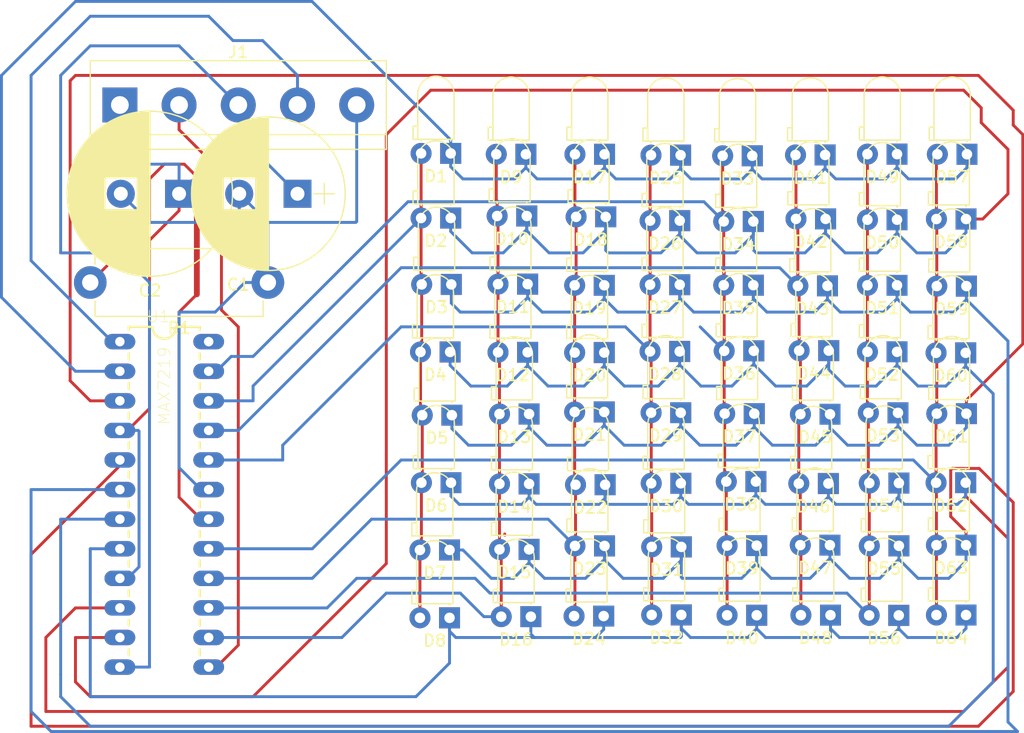
<source format=kicad_pcb>
(kicad_pcb (version 20171130) (host pcbnew "(5.1.2)-2")
  (layers (0 F.Cu signal) (31 B.Cu signal) (34 B.Paste user) (35 F.Paste user) (36 B.SilkS user) (37 F.SilkS user) (38 B.Mask user) (39 F.Mask user) (44 Edge.Cuts user))
  (net 0 "")
  (net 1 GND)
  (net 2 VCC)
  (net 3 DIG0)
  (net 4 SEGDP)
  (net 5 DIG1)
  (net 6 DIG2)
  (net 7 DIG3)
  (net 8 DIG4)
  (net 9 DIG5)
  (net 10 DIG6)
  (net 11 DIG7)
  (net 12 SEGA)
  (net 13 SEGB)
  (net 14 SEGC)
  (net 15 SEGD)
  (net 16 SEGE)
  (net 17 SEGF)
  (net 18 SEGG)
  (net 19 CLK)
  (net 20 LOAD)
  (net 21 DIN)
  (net 22 "Net-(R1-Pad2)")
  (net 23 "Net-(U1-Pad24)")
  (module MAX7219:DIL24 (layer F.Cu) (at 95.25 92.71 270)
    (fp_text reference U1 (at -16.1377 0.50827) (layer F.SilkS) (effects (font (size 1.00054 1.00054) (thickness 0.05))))
    (fp_text value MAX7219 (at -10.1702 0 90) (layer F.SilkS) (effects (font (size 1.00101 1.00101) (thickness 0.05))))
    (pad 15 thru_hole oval (at 8.89 -3.81) (size 2.6416 1.3208) (drill 0.8128) (layers *.Cu *.Mask) (net 17 SEGF))
    (pad 14 thru_hole oval (at 11.43 -3.81) (size 2.6416 1.3208) (drill 0.8128) (layers *.Cu *.Mask) (net 12 SEGA))
    (pad 13 thru_hole oval (at 13.97 -3.81) (size 2.6416 1.3208) (drill 0.8128) (layers *.Cu *.Mask) (net 19 CLK))
    (pad 12 thru_hole oval (at 13.97 3.81) (size 2.6416 1.3208) (drill 0.8128) (layers *.Cu *.Mask) (net 20 LOAD))
    (pad 11 thru_hole oval (at 11.43 3.81) (size 2.6416 1.3208) (drill 0.8128) (layers *.Cu *.Mask) (net 5 DIG1))
    (pad 10 thru_hole oval (at 8.89 3.81) (size 2.6416 1.3208) (drill 0.8128) (layers *.Cu *.Mask) (net 9 DIG5))
    (pad 24 thru_hole oval (at -13.97 -3.81) (size 2.6416 1.3208) (drill 0.8128) (layers *.Cu *.Mask) (net 23 "Net-(U1-Pad24)"))
    (pad 23 thru_hole oval (at -11.43 -3.81) (size 2.6416 1.3208) (drill 0.8128) (layers *.Cu *.Mask) (net 15 SEGD))
    (pad 22 thru_hole oval (at -8.89 -3.81) (size 2.6416 1.3208) (drill 0.8128) (layers *.Cu *.Mask) (net 4 SEGDP))
    (pad 21 thru_hole oval (at -6.35 -3.81) (size 2.6416 1.3208) (drill 0.8128) (layers *.Cu *.Mask) (net 16 SEGE))
    (pad 20 thru_hole oval (at -3.81 -3.81) (size 2.6416 1.3208) (drill 0.8128) (layers *.Cu *.Mask) (net 14 SEGC))
    (pad 19 thru_hole oval (at -1.27 -3.81) (size 2.6416 1.3208) (drill 0.8128) (layers *.Cu *.Mask) (net 2 VCC))
    (pad 18 thru_hole oval (at 1.27 -3.81) (size 2.6416 1.3208) (drill 0.8128) (layers *.Cu *.Mask) (net 22 "Net-(R1-Pad2)"))
    (pad 17 thru_hole oval (at 3.81 -3.81) (size 2.6416 1.3208) (drill 0.8128) (layers *.Cu *.Mask) (net 18 SEGG))
    (pad 16 thru_hole oval (at 6.35 -3.81) (size 2.6416 1.3208) (drill 0.8128) (layers *.Cu *.Mask) (net 13 SEGB))
    (pad 9 thru_hole oval (at 6.35 3.81) (size 2.6416 1.3208) (drill 0.8128) (layers *.Cu *.Mask) (net 1 GND))
    (pad 5 thru_hole oval (at -3.81 3.81) (size 2.6416 1.3208) (drill 0.8128) (layers *.Cu *.Mask) (net 10 DIG6))
    (pad 6 thru_hole oval (at -1.27 3.81) (size 2.6416 1.3208) (drill 0.8128) (layers *.Cu *.Mask) (net 6 DIG2))
    (pad 4 thru_hole oval (at -6.35 3.81) (size 2.6416 1.3208) (drill 0.8128) (layers *.Cu *.Mask) (net 1 GND))
    (pad 3 thru_hole oval (at -8.89 3.81) (size 2.6416 1.3208) (drill 0.8128) (layers *.Cu *.Mask) (net 8 DIG4))
    (pad 8 thru_hole oval (at 3.81 3.81) (size 2.6416 1.3208) (drill 0.8128) (layers *.Cu *.Mask) (net 11 DIG7))
    (pad 7 thru_hole oval (at 1.27 3.81) (size 2.6416 1.3208) (drill 0.8128) (layers *.Cu *.Mask) (net 7 DIG3))
    (pad 2 thru_hole oval (at -11.43 3.81) (size 2.6416 1.3208) (drill 0.8128) (layers *.Cu *.Mask) (net 3 DIG0))
    (pad 1 thru_hole oval (at -13.97 3.81) (size 2.6416 1.3208) (drill 0.8128) (layers *.Cu *.Mask) (net 21 DIN))
  )
  (module Resistors_THT:R_Axial_DIN0614_L14.3mm_D5.7mm_P15.24mm_Horizontal (layer F.Cu) (at 104.14 73.66 180)
    (fp_text reference R1 (at 7.62 -3.91) (layer F.SilkS))
    (fp_text value R)
    (pad 1 thru_hole circle (at 0 0 180) (size 2.8 2.8) (drill 1.4) (layers *.Cu *.Mask) (net 2 VCC))
    (pad 2 thru_hole oval (at 15.24 0 180) (size 2.8 2.8) (drill 1.4) (layers *.Cu *.Mask) (net 22 "Net-(R1-Pad2)"))
  )
  (module Connectors_Terminal_Blocks:TerminalBlock_bornier-5_P5.08mm (layer F.Cu) (at 91.44 58.42)
    (fp_text reference J1 (at 10.15 -4.55) (layer F.SilkS))
    (fp_text value Conn_01x05_Female)
    (pad 2 thru_hole circle (at 5.08 0) (size 3 3) (drill 1.52) (layers *.Cu *.Mask) (net 19 CLK))
    (pad 3 thru_hole circle (at 10.16 0) (size 3 3) (drill 1.52) (layers *.Cu *.Mask) (net 20 LOAD))
    (pad 1 thru_hole rect (at 0 0) (size 3 3) (drill 1.52) (layers *.Cu *.Mask) (net 1 GND))
    (pad 4 thru_hole circle (at 15.24 0) (size 3 3) (drill 1.52) (layers *.Cu *.Mask) (net 21 DIN))
    (pad 5 thru_hole circle (at 20.32 0) (size 3 3) (drill 1.52) (layers *.Cu *.Mask) (net 2 VCC))
  )
  (module LEDs:LED_D3.0mm_Horizontal_O1.27mm_Z2.0mm (layer F.Cu) (at 164.04 102.21 180)
    (fp_text reference D64 (at 1.27 -1.96) (layer F.SilkS))
    (fp_text value LED)
    (pad 1 thru_hole rect (at 0 0 180) (size 1.8 1.8) (drill 0.9) (layers *.Cu *.Mask) (net 11 DIG7))
    (pad 2 thru_hole circle (at 2.54 0 180) (size 1.8 1.8) (drill 0.9) (layers *.Cu *.Mask) (net 18 SEGG))
  )
  (module LEDs:LED_D3.0mm_Horizontal_O1.27mm_Z2.0mm (layer F.Cu) (at 164.04 96.21 180)
    (fp_text reference D63 (at 1.27 -1.96) (layer F.SilkS))
    (fp_text value LED)
    (pad 1 thru_hole rect (at 0 0 180) (size 1.8 1.8) (drill 0.9) (layers *.Cu *.Mask) (net 10 DIG6))
    (pad 2 thru_hole circle (at 2.54 0 180) (size 1.8 1.8) (drill 0.9) (layers *.Cu *.Mask) (net 18 SEGG))
  )
  (module LEDs:LED_D3.0mm_Horizontal_O1.27mm_Z2.0mm (layer F.Cu) (at 164.01 90.85 180)
    (fp_text reference D62 (at 1.27 -1.96) (layer F.SilkS))
    (fp_text value LED)
    (pad 1 thru_hole rect (at 0 0 180) (size 1.8 1.8) (drill 0.9) (layers *.Cu *.Mask) (net 9 DIG5))
    (pad 2 thru_hole circle (at 2.54 0 180) (size 1.8 1.8) (drill 0.9) (layers *.Cu *.Mask) (net 18 SEGG))
  )
  (module LEDs:LED_D3.0mm_Horizontal_O1.27mm_Z2.0mm (layer F.Cu) (at 164.07 84.92 180)
    (fp_text reference D61 (at 1.27 -1.96) (layer F.SilkS))
    (fp_text value LED)
    (pad 1 thru_hole rect (at 0 0 180) (size 1.8 1.8) (drill 0.9) (layers *.Cu *.Mask) (net 8 DIG4))
    (pad 2 thru_hole circle (at 2.54 0 180) (size 1.8 1.8) (drill 0.9) (layers *.Cu *.Mask) (net 18 SEGG))
  )
  (module LEDs:LED_D3.0mm_Horizontal_O1.27mm_Z2.0mm (layer F.Cu) (at 164.01 79.7 180)
    (fp_text reference D60 (at 1.27 -1.96) (layer F.SilkS))
    (fp_text value LED)
    (pad 1 thru_hole rect (at 0 0 180) (size 1.8 1.8) (drill 0.9) (layers *.Cu *.Mask) (net 7 DIG3))
    (pad 2 thru_hole circle (at 2.54 0 180) (size 1.8 1.8) (drill 0.9) (layers *.Cu *.Mask) (net 18 SEGG))
  )
  (module LEDs:LED_D3.0mm_Horizontal_O1.27mm_Z2.0mm (layer F.Cu) (at 164.07 73.97 180)
    (fp_text reference D59 (at 1.27 -1.96) (layer F.SilkS))
    (fp_text value LED)
    (pad 1 thru_hole rect (at 0 0 180) (size 1.8 1.8) (drill 0.9) (layers *.Cu *.Mask) (net 6 DIG2))
    (pad 2 thru_hole circle (at 2.54 0 180) (size 1.8 1.8) (drill 0.9) (layers *.Cu *.Mask) (net 18 SEGG))
  )
  (module LEDs:LED_D3.0mm_Horizontal_O1.27mm_Z2.0mm (layer F.Cu) (at 164.04 68.21 180)
    (fp_text reference D58 (at 1.27 -1.96) (layer F.SilkS))
    (fp_text value LED)
    (pad 1 thru_hole rect (at 0 0 180) (size 1.8 1.8) (drill 0.9) (layers *.Cu *.Mask) (net 5 DIG1))
    (pad 2 thru_hole circle (at 2.54 0 180) (size 1.8 1.8) (drill 0.9) (layers *.Cu *.Mask) (net 18 SEGG))
  )
  (module LEDs:LED_D3.0mm_Horizontal_O1.27mm_Z2.0mm (layer F.Cu) (at 164.12 62.65 180)
    (fp_text reference D57 (at 1.27 -1.96) (layer F.SilkS))
    (fp_text value LED)
    (pad 1 thru_hole rect (at 0 0 180) (size 1.8 1.8) (drill 0.9) (layers *.Cu *.Mask) (net 3 DIG0))
    (pad 2 thru_hole circle (at 2.54 0 180) (size 1.8 1.8) (drill 0.9) (layers *.Cu *.Mask) (net 18 SEGG))
  )
  (module LEDs:LED_D3.0mm_Horizontal_O1.27mm_Z2.0mm (layer F.Cu) (at 158.27 102.24 180)
    (fp_text reference D56 (at 1.27 -1.96) (layer F.SilkS))
    (fp_text value LED)
    (pad 1 thru_hole rect (at 0 0 180) (size 1.8 1.8) (drill 0.9) (layers *.Cu *.Mask) (net 11 DIG7))
    (pad 2 thru_hole circle (at 2.54 0 180) (size 1.8 1.8) (drill 0.9) (layers *.Cu *.Mask) (net 17 SEGF))
  )
  (module LEDs:LED_D3.0mm_Horizontal_O1.27mm_Z2.0mm (layer F.Cu) (at 158.28 96.27 180)
    (fp_text reference D55 (at 1.27 -1.96) (layer F.SilkS))
    (fp_text value LED)
    (pad 1 thru_hole rect (at 0 0 180) (size 1.8 1.8) (drill 0.9) (layers *.Cu *.Mask) (net 10 DIG6))
    (pad 2 thru_hole circle (at 2.54 0 180) (size 1.8 1.8) (drill 0.9) (layers *.Cu *.Mask) (net 17 SEGF))
  )
  (module LEDs:LED_D3.0mm_Horizontal_O1.27mm_Z2.0mm (layer F.Cu) (at 158.28 90.88 180)
    (fp_text reference D54 (at 1.27 -1.96) (layer F.SilkS))
    (fp_text value LED)
    (pad 1 thru_hole rect (at 0 0 180) (size 1.8 1.8) (drill 0.9) (layers *.Cu *.Mask) (net 9 DIG5))
    (pad 2 thru_hole circle (at 2.54 0 180) (size 1.8 1.8) (drill 0.9) (layers *.Cu *.Mask) (net 17 SEGF))
  )
  (module LEDs:LED_D3.0mm_Horizontal_O1.27mm_Z2.0mm (layer F.Cu) (at 158.2 84.85 180)
    (fp_text reference D53 (at 1.27 -1.96) (layer F.SilkS))
    (fp_text value LED)
    (pad 1 thru_hole rect (at 0 0 180) (size 1.8 1.8) (drill 0.9) (layers *.Cu *.Mask) (net 8 DIG4))
    (pad 2 thru_hole circle (at 2.54 0 180) (size 1.8 1.8) (drill 0.9) (layers *.Cu *.Mask) (net 17 SEGF))
  )
  (module LEDs:LED_D3.0mm_Horizontal_O1.27mm_Z2.0mm (layer F.Cu) (at 158.12 79.61 180)
    (fp_text reference D52 (at 1.27 -1.96) (layer F.SilkS))
    (fp_text value LED)
    (pad 1 thru_hole rect (at 0 0 180) (size 1.8 1.8) (drill 0.9) (layers *.Cu *.Mask) (net 7 DIG3))
    (pad 2 thru_hole circle (at 2.54 0 180) (size 1.8 1.8) (drill 0.9) (layers *.Cu *.Mask) (net 17 SEGF))
  )
  (module LEDs:LED_D3.0mm_Horizontal_O1.27mm_Z2.0mm (layer F.Cu) (at 158.12 73.9 180)
    (fp_text reference D51 (at 1.27 -1.96) (layer F.SilkS))
    (fp_text value LED)
    (pad 1 thru_hole rect (at 0 0 180) (size 1.8 1.8) (drill 0.9) (layers *.Cu *.Mask) (net 6 DIG2))
    (pad 2 thru_hole circle (at 2.54 0 180) (size 1.8 1.8) (drill 0.9) (layers *.Cu *.Mask) (net 17 SEGF))
  )
  (module LEDs:LED_D3.0mm_Horizontal_O1.27mm_Z2.0mm (layer F.Cu) (at 158.12 68.27 180)
    (fp_text reference D50 (at 1.27 -1.96) (layer F.SilkS))
    (fp_text value LED)
    (pad 1 thru_hole rect (at 0 0 180) (size 1.8 1.8) (drill 0.9) (layers *.Cu *.Mask) (net 5 DIG1))
    (pad 2 thru_hole circle (at 2.54 0 180) (size 1.8 1.8) (drill 0.9) (layers *.Cu *.Mask) (net 17 SEGF))
  )
  (module LEDs:LED_D3.0mm_Horizontal_O1.27mm_Z2.0mm (layer F.Cu) (at 158.12 62.64 180)
    (fp_text reference D49 (at 1.27 -1.96) (layer F.SilkS))
    (fp_text value LED)
    (pad 1 thru_hole rect (at 0 0 180) (size 1.8 1.8) (drill 0.9) (layers *.Cu *.Mask) (net 3 DIG0))
    (pad 2 thru_hole circle (at 2.54 0 180) (size 1.8 1.8) (drill 0.9) (layers *.Cu *.Mask) (net 17 SEGF))
  )
  (module LEDs:LED_D3.0mm_Horizontal_O1.27mm_Z2.0mm (layer F.Cu) (at 152.41 102.22 180)
    (fp_text reference D48 (at 1.27 -1.96) (layer F.SilkS))
    (fp_text value LED)
    (pad 1 thru_hole rect (at 0 0 180) (size 1.8 1.8) (drill 0.9) (layers *.Cu *.Mask) (net 11 DIG7))
    (pad 2 thru_hole circle (at 2.54 0 180) (size 1.8 1.8) (drill 0.9) (layers *.Cu *.Mask) (net 16 SEGE))
  )
  (module LEDs:LED_D3.0mm_Horizontal_O1.27mm_Z2.0mm (layer F.Cu) (at 152.36 96.21 180)
    (fp_text reference D47 (at 1.27 -1.96) (layer F.SilkS))
    (fp_text value LED)
    (pad 1 thru_hole rect (at 0 0 180) (size 1.8 1.8) (drill 0.9) (layers *.Cu *.Mask) (net 10 DIG6))
    (pad 2 thru_hole circle (at 2.54 0 180) (size 1.8 1.8) (drill 0.9) (layers *.Cu *.Mask) (net 16 SEGE))
  )
  (module LEDs:LED_D3.0mm_Horizontal_O1.27mm_Z2.0mm (layer F.Cu) (at 152.23 90.92 180)
    (fp_text reference D46 (at 1.27 -1.96) (layer F.SilkS))
    (fp_text value LED)
    (pad 1 thru_hole rect (at 0 0 180) (size 1.8 1.8) (drill 0.9) (layers *.Cu *.Mask) (net 9 DIG5))
    (pad 2 thru_hole circle (at 2.54 0 180) (size 1.8 1.8) (drill 0.9) (layers *.Cu *.Mask) (net 16 SEGE))
  )
  (module LEDs:LED_D3.0mm_Horizontal_O1.27mm_Z2.0mm (layer F.Cu) (at 152.37 84.97 180)
    (fp_text reference D45 (at 1.27 -1.96) (layer F.SilkS))
    (fp_text value LED)
    (pad 1 thru_hole rect (at 0 0 180) (size 1.8 1.8) (drill 0.9) (layers *.Cu *.Mask) (net 8 DIG4))
    (pad 2 thru_hole circle (at 2.54 0 180) (size 1.8 1.8) (drill 0.9) (layers *.Cu *.Mask) (net 16 SEGE))
  )
  (module LEDs:LED_D3.0mm_Horizontal_O1.27mm_Z2.0mm (layer F.Cu) (at 152.26 79.51 180)
    (fp_text reference D44 (at 1.27 -1.96) (layer F.SilkS))
    (fp_text value LED)
    (pad 1 thru_hole rect (at 0 0 180) (size 1.8 1.8) (drill 0.9) (layers *.Cu *.Mask) (net 7 DIG3))
    (pad 2 thru_hole circle (at 2.54 0 180) (size 1.8 1.8) (drill 0.9) (layers *.Cu *.Mask) (net 16 SEGE))
  )
  (module LEDs:LED_D3.0mm_Horizontal_O1.27mm_Z2.0mm (layer F.Cu) (at 152.15 73.95 180)
    (fp_text reference D43 (at 1.27 -1.96) (layer F.SilkS))
    (fp_text value LED)
    (pad 1 thru_hole rect (at 0 0 180) (size 1.8 1.8) (drill 0.9) (layers *.Cu *.Mask) (net 6 DIG2))
    (pad 2 thru_hole circle (at 2.54 0 180) (size 1.8 1.8) (drill 0.9) (layers *.Cu *.Mask) (net 16 SEGE))
  )
  (module LEDs:LED_D3.0mm_Horizontal_O1.27mm_Z2.0mm (layer F.Cu) (at 151.99 68.2 180)
    (fp_text reference D42 (at 1.27 -1.96) (layer F.SilkS))
    (fp_text value LED)
    (pad 1 thru_hole rect (at 0 0 180) (size 1.8 1.8) (drill 0.9) (layers *.Cu *.Mask) (net 5 DIG1))
    (pad 2 thru_hole circle (at 2.54 0 180) (size 1.8 1.8) (drill 0.9) (layers *.Cu *.Mask) (net 16 SEGE))
  )
  (module LEDs:LED_D3.0mm_Horizontal_O1.27mm_Z2.0mm (layer F.Cu) (at 151.95 62.71 180)
    (fp_text reference D41 (at 1.27 -1.96) (layer F.SilkS))
    (fp_text value LED)
    (pad 1 thru_hole rect (at 0 0 180) (size 1.8 1.8) (drill 0.9) (layers *.Cu *.Mask) (net 3 DIG0))
    (pad 2 thru_hole circle (at 2.54 0 180) (size 1.8 1.8) (drill 0.9) (layers *.Cu *.Mask) (net 16 SEGE))
  )
  (module LEDs:LED_D3.0mm_Horizontal_O1.27mm_Z2.0mm (layer F.Cu) (at 146.08 102.23 180)
    (fp_text reference D40 (at 1.27 -1.96) (layer F.SilkS))
    (fp_text value LED)
    (pad 1 thru_hole rect (at 0 0 180) (size 1.8 1.8) (drill 0.9) (layers *.Cu *.Mask) (net 11 DIG7))
    (pad 2 thru_hole circle (at 2.54 0 180) (size 1.8 1.8) (drill 0.9) (layers *.Cu *.Mask) (net 15 SEGD))
  )
  (module LEDs:LED_D3.0mm_Horizontal_O1.27mm_Z2.0mm (layer F.Cu) (at 146.08 96.25 180)
    (fp_text reference D39 (at 1.27 -1.96) (layer F.SilkS))
    (fp_text value LED)
    (pad 1 thru_hole rect (at 0 0 180) (size 1.8 1.8) (drill 0.9) (layers *.Cu *.Mask) (net 10 DIG6))
    (pad 2 thru_hole circle (at 2.54 0 180) (size 1.8 1.8) (drill 0.9) (layers *.Cu *.Mask) (net 15 SEGD))
  )
  (module LEDs:LED_D3.0mm_Horizontal_O1.27mm_Z2.0mm (layer F.Cu) (at 146.01 90.75 180)
    (fp_text reference D38 (at 1.27 -1.96) (layer F.SilkS))
    (fp_text value LED)
    (pad 1 thru_hole rect (at 0 0 180) (size 1.8 1.8) (drill 0.9) (layers *.Cu *.Mask) (net 9 DIG5))
    (pad 2 thru_hole circle (at 2.54 0 180) (size 1.8 1.8) (drill 0.9) (layers *.Cu *.Mask) (net 15 SEGD))
  )
  (module LEDs:LED_D3.0mm_Horizontal_O1.27mm_Z2.0mm (layer F.Cu) (at 145.87 84.92 180)
    (fp_text reference D37 (at 1.27 -1.96) (layer F.SilkS))
    (fp_text value LED)
    (pad 1 thru_hole rect (at 0 0 180) (size 1.8 1.8) (drill 0.9) (layers *.Cu *.Mask) (net 8 DIG4))
    (pad 2 thru_hole circle (at 2.54 0 180) (size 1.8 1.8) (drill 0.9) (layers *.Cu *.Mask) (net 15 SEGD))
  )
  (module LEDs:LED_D3.0mm_Horizontal_O1.27mm_Z2.0mm (layer F.Cu) (at 145.83 79.53 180)
    (fp_text reference D36 (at 1.27 -1.96) (layer F.SilkS))
    (fp_text value LED)
    (pad 1 thru_hole rect (at 0 0 180) (size 1.8 1.8) (drill 0.9) (layers *.Cu *.Mask) (net 7 DIG3))
    (pad 2 thru_hole circle (at 2.54 0 180) (size 1.8 1.8) (drill 0.9) (layers *.Cu *.Mask) (net 15 SEGD))
  )
  (module LEDs:LED_D3.0mm_Horizontal_O1.27mm_Z2.0mm (layer F.Cu) (at 145.79 73.89 180)
    (fp_text reference D35 (at 1.27 -1.96) (layer F.SilkS))
    (fp_text value LED)
    (pad 1 thru_hole rect (at 0 0 180) (size 1.8 1.8) (drill 0.9) (layers *.Cu *.Mask) (net 6 DIG2))
    (pad 2 thru_hole circle (at 2.54 0 180) (size 1.8 1.8) (drill 0.9) (layers *.Cu *.Mask) (net 15 SEGD))
  )
  (module LEDs:LED_D3.0mm_Horizontal_O1.27mm_Z2.0mm (layer F.Cu) (at 145.79 68.42 180)
    (fp_text reference D34 (at 1.27 -1.96) (layer F.SilkS))
    (fp_text value LED)
    (pad 1 thru_hole rect (at 0 0 180) (size 1.8 1.8) (drill 0.9) (layers *.Cu *.Mask) (net 5 DIG1))
    (pad 2 thru_hole circle (at 2.54 0 180) (size 1.8 1.8) (drill 0.9) (layers *.Cu *.Mask) (net 15 SEGD))
  )
  (module LEDs:LED_D3.0mm_Horizontal_O1.27mm_Z2.0mm (layer F.Cu) (at 145.7 62.78 180)
    (fp_text reference D33 (at 1.27 -1.96) (layer F.SilkS))
    (fp_text value LED)
    (pad 1 thru_hole rect (at 0 0 180) (size 1.8 1.8) (drill 0.9) (layers *.Cu *.Mask) (net 3 DIG0))
    (pad 2 thru_hole circle (at 2.54 0 180) (size 1.8 1.8) (drill 0.9) (layers *.Cu *.Mask) (net 15 SEGD))
  )
  (module LEDs:LED_D3.0mm_Horizontal_O1.27mm_Z2.0mm (layer F.Cu) (at 139.61 102.2 180)
    (fp_text reference D32 (at 1.27 -1.96) (layer F.SilkS))
    (fp_text value LED)
    (pad 1 thru_hole rect (at 0 0 180) (size 1.8 1.8) (drill 0.9) (layers *.Cu *.Mask) (net 11 DIG7))
    (pad 2 thru_hole circle (at 2.54 0 180) (size 1.8 1.8) (drill 0.9) (layers *.Cu *.Mask) (net 14 SEGC))
  )
  (module LEDs:LED_D3.0mm_Horizontal_O1.27mm_Z2.0mm (layer F.Cu) (at 139.61 96.36 180)
    (fp_text reference D31 (at 1.27 -1.96) (layer F.SilkS))
    (fp_text value LED)
    (pad 1 thru_hole rect (at 0 0 180) (size 1.8 1.8) (drill 0.9) (layers *.Cu *.Mask) (net 10 DIG6))
    (pad 2 thru_hole circle (at 2.54 0 180) (size 1.8 1.8) (drill 0.9) (layers *.Cu *.Mask) (net 14 SEGC))
  )
  (module LEDs:LED_D3.0mm_Horizontal_O1.27mm_Z2.0mm (layer F.Cu) (at 139.57 90.9 180)
    (fp_text reference D30 (at 1.27 -1.96) (layer F.SilkS))
    (fp_text value LED)
    (pad 1 thru_hole rect (at 0 0 180) (size 1.8 1.8) (drill 0.9) (layers *.Cu *.Mask) (net 9 DIG5))
    (pad 2 thru_hole circle (at 2.54 0 180) (size 1.8 1.8) (drill 0.9) (layers *.Cu *.Mask) (net 14 SEGC))
  )
  (module LEDs:LED_D3.0mm_Horizontal_O1.27mm_Z2.0mm (layer F.Cu) (at 139.56 84.84 180)
    (fp_text reference D29 (at 1.27 -1.96) (layer F.SilkS))
    (fp_text value LED)
    (pad 1 thru_hole rect (at 0 0 180) (size 1.8 1.8) (drill 0.9) (layers *.Cu *.Mask) (net 8 DIG4))
    (pad 2 thru_hole circle (at 2.54 0 180) (size 1.8 1.8) (drill 0.9) (layers *.Cu *.Mask) (net 14 SEGC))
  )
  (module LEDs:LED_D3.0mm_Horizontal_O1.27mm_Z2.0mm (layer F.Cu) (at 139.47 79.58 180)
    (fp_text reference D28 (at 1.27 -1.96) (layer F.SilkS))
    (fp_text value LED)
    (pad 1 thru_hole rect (at 0 0 180) (size 1.8 1.8) (drill 0.9) (layers *.Cu *.Mask) (net 7 DIG3))
    (pad 2 thru_hole circle (at 2.54 0 180) (size 1.8 1.8) (drill 0.9) (layers *.Cu *.Mask) (net 14 SEGC))
  )
  (module LEDs:LED_D3.0mm_Horizontal_O1.27mm_Z2.0mm (layer F.Cu) (at 139.475 73.85 180)
    (fp_text reference D27 (at 1.27 -1.96) (layer F.SilkS))
    (fp_text value LED)
    (pad 1 thru_hole rect (at 0 0 180) (size 1.8 1.8) (drill 0.9) (layers *.Cu *.Mask) (net 6 DIG2))
    (pad 2 thru_hole circle (at 2.54 0 180) (size 1.8 1.8) (drill 0.9) (layers *.Cu *.Mask) (net 14 SEGC))
  )
  (module LEDs:LED_D3.0mm_Horizontal_O1.27mm_Z2.0mm (layer F.Cu) (at 139.475 68.35 180)
    (fp_text reference D26 (at 1.27 -1.96) (layer F.SilkS))
    (fp_text value LED)
    (pad 1 thru_hole rect (at 0 0 180) (size 1.8 1.8) (drill 0.9) (layers *.Cu *.Mask) (net 5 DIG1))
    (pad 2 thru_hole circle (at 2.54 0 180) (size 1.8 1.8) (drill 0.9) (layers *.Cu *.Mask) (net 14 SEGC))
  )
  (module LEDs:LED_D3.0mm_Horizontal_O1.27mm_Z2.0mm (layer F.Cu) (at 139.55 62.725 180)
    (fp_text reference D25 (at 1.27 -1.96) (layer F.SilkS))
    (fp_text value LED)
    (pad 1 thru_hole rect (at 0 0 180) (size 1.8 1.8) (drill 0.9) (layers *.Cu *.Mask) (net 3 DIG0))
    (pad 2 thru_hole circle (at 2.54 0 180) (size 1.8 1.8) (drill 0.9) (layers *.Cu *.Mask) (net 14 SEGC))
  )
  (module LEDs:LED_D3.0mm_Horizontal_O1.27mm_Z2.0mm (layer F.Cu) (at 132.95 102.3 180)
    (fp_text reference D24 (at 1.27 -1.96) (layer F.SilkS))
    (fp_text value LED)
    (pad 1 thru_hole rect (at 0 0 180) (size 1.8 1.8) (drill 0.9) (layers *.Cu *.Mask) (net 11 DIG7))
    (pad 2 thru_hole circle (at 2.54 0 180) (size 1.8 1.8) (drill 0.9) (layers *.Cu *.Mask) (net 13 SEGB))
  )
  (module LEDs:LED_D3.0mm_Horizontal_O1.27mm_Z2.0mm (layer F.Cu) (at 133.025 96.275 180)
    (fp_text reference D23 (at 1.27 -1.96) (layer F.SilkS))
    (fp_text value LED)
    (pad 1 thru_hole rect (at 0 0 180) (size 1.8 1.8) (drill 0.9) (layers *.Cu *.Mask) (net 10 DIG6))
    (pad 2 thru_hole circle (at 2.54 0 180) (size 1.8 1.8) (drill 0.9) (layers *.Cu *.Mask) (net 13 SEGB))
  )
  (module LEDs:LED_D3.0mm_Horizontal_O1.27mm_Z2.0mm (layer F.Cu) (at 133.075 91.025 180)
    (fp_text reference D22 (at 1.27 -1.96) (layer F.SilkS))
    (fp_text value LED)
    (pad 1 thru_hole rect (at 0 0 180) (size 1.8 1.8) (drill 0.9) (layers *.Cu *.Mask) (net 9 DIG5))
    (pad 2 thru_hole circle (at 2.54 0 180) (size 1.8 1.8) (drill 0.9) (layers *.Cu *.Mask) (net 13 SEGB))
  )
  (module LEDs:LED_D3.0mm_Horizontal_O1.27mm_Z2.0mm (layer F.Cu) (at 133 84.775 180)
    (fp_text reference D21 (at 1.27 -1.96) (layer F.SilkS))
    (fp_text value LED)
    (pad 1 thru_hole rect (at 0 0 180) (size 1.8 1.8) (drill 0.9) (layers *.Cu *.Mask) (net 8 DIG4))
    (pad 2 thru_hole circle (at 2.54 0 180) (size 1.8 1.8) (drill 0.9) (layers *.Cu *.Mask) (net 13 SEGB))
  )
  (module LEDs:LED_D3.0mm_Horizontal_O1.27mm_Z2.0mm (layer F.Cu) (at 133 79.675 180)
    (fp_text reference D20 (at 1.27 -1.96) (layer F.SilkS))
    (fp_text value LED)
    (pad 1 thru_hole rect (at 0 0 180) (size 1.8 1.8) (drill 0.9) (layers *.Cu *.Mask) (net 7 DIG3))
    (pad 2 thru_hole circle (at 2.54 0 180) (size 1.8 1.8) (drill 0.9) (layers *.Cu *.Mask) (net 13 SEGB))
  )
  (module LEDs:LED_D3.0mm_Horizontal_O1.27mm_Z2.0mm (layer F.Cu) (at 133 73.9 180)
    (fp_text reference D19 (at 1.27 -1.96) (layer F.SilkS))
    (fp_text value LED)
    (pad 1 thru_hole rect (at 0 0 180) (size 1.8 1.8) (drill 0.9) (layers *.Cu *.Mask) (net 6 DIG2))
    (pad 2 thru_hole circle (at 2.54 0 180) (size 1.8 1.8) (drill 0.9) (layers *.Cu *.Mask) (net 13 SEGB))
  )
  (module LEDs:LED_D3.0mm_Horizontal_O1.27mm_Z2.0mm (layer F.Cu) (at 133.125 68.025 180)
    (fp_text reference D18 (at 1.27 -1.96) (layer F.SilkS))
    (fp_text value LED)
    (pad 1 thru_hole rect (at 0 0 180) (size 1.8 1.8) (drill 0.9) (layers *.Cu *.Mask) (net 5 DIG1))
    (pad 2 thru_hole circle (at 2.54 0 180) (size 1.8 1.8) (drill 0.9) (layers *.Cu *.Mask) (net 13 SEGB))
  )
  (module LEDs:LED_D3.0mm_Horizontal_O1.27mm_Z2.0mm (layer F.Cu) (at 133.025 62.65 180)
    (fp_text reference D17 (at 1.27 -1.96) (layer F.SilkS))
    (fp_text value LED)
    (pad 1 thru_hole rect (at 0 0 180) (size 1.8 1.8) (drill 0.9) (layers *.Cu *.Mask) (net 3 DIG0))
    (pad 2 thru_hole circle (at 2.54 0 180) (size 1.8 1.8) (drill 0.9) (layers *.Cu *.Mask) (net 13 SEGB))
  )
  (module LEDs:LED_D3.0mm_Horizontal_O1.27mm_Z2.0mm (layer F.Cu) (at 126.7 102.35 180)
    (fp_text reference D16 (at 1.27 -1.96) (layer F.SilkS))
    (fp_text value LED)
    (pad 1 thru_hole rect (at 0 0 180) (size 1.8 1.8) (drill 0.9) (layers *.Cu *.Mask) (net 11 DIG7))
    (pad 2 thru_hole circle (at 2.54 0 180) (size 1.8 1.8) (drill 0.9) (layers *.Cu *.Mask) (net 12 SEGA))
  )
  (module LEDs:LED_D3.0mm_Horizontal_O1.27mm_Z2.0mm (layer F.Cu) (at 126.55 96.575 180)
    (fp_text reference D15 (at 1.27 -1.96) (layer F.SilkS))
    (fp_text value LED)
    (pad 1 thru_hole rect (at 0 0 180) (size 1.8 1.8) (drill 0.9) (layers *.Cu *.Mask) (net 10 DIG6))
    (pad 2 thru_hole circle (at 2.54 0 180) (size 1.8 1.8) (drill 0.9) (layers *.Cu *.Mask) (net 12 SEGA))
  )
  (module LEDs:LED_D3.0mm_Horizontal_O1.27mm_Z2.0mm (layer F.Cu) (at 126.55 90.95 180)
    (fp_text reference D14 (at 1.27 -1.96) (layer F.SilkS))
    (fp_text value LED)
    (pad 1 thru_hole rect (at 0 0 180) (size 1.8 1.8) (drill 0.9) (layers *.Cu *.Mask) (net 9 DIG5))
    (pad 2 thru_hole circle (at 2.54 0 180) (size 1.8 1.8) (drill 0.9) (layers *.Cu *.Mask) (net 12 SEGA))
  )
  (module LEDs:LED_D3.0mm_Horizontal_O1.27mm_Z2.0mm (layer F.Cu) (at 126.55 84.95 180)
    (fp_text reference D13 (at 1.27 -1.96) (layer F.SilkS))
    (fp_text value LED)
    (pad 1 thru_hole rect (at 0 0 180) (size 1.8 1.8) (drill 0.9) (layers *.Cu *.Mask) (net 8 DIG4))
    (pad 2 thru_hole circle (at 2.54 0 180) (size 1.8 1.8) (drill 0.9) (layers *.Cu *.Mask) (net 12 SEGA))
  )
  (module LEDs:LED_D3.0mm_Horizontal_O1.27mm_Z2.0mm (layer F.Cu) (at 126.425 79.65 180)
    (fp_text reference D12 (at 1.27 -1.96) (layer F.SilkS))
    (fp_text value LED)
    (pad 1 thru_hole rect (at 0 0 180) (size 1.8 1.8) (drill 0.9) (layers *.Cu *.Mask) (net 7 DIG3))
    (pad 2 thru_hole circle (at 2.54 0 180) (size 1.8 1.8) (drill 0.9) (layers *.Cu *.Mask) (net 12 SEGA))
  )
  (module LEDs:LED_D3.0mm_Horizontal_O1.27mm_Z2.0mm (layer F.Cu) (at 126.425 73.8 180)
    (fp_text reference D11 (at 1.27 -1.96) (layer F.SilkS))
    (fp_text value LED)
    (pad 1 thru_hole rect (at 0 0 180) (size 1.8 1.8) (drill 0.9) (layers *.Cu *.Mask) (net 6 DIG2))
    (pad 2 thru_hole circle (at 2.54 0 180) (size 1.8 1.8) (drill 0.9) (layers *.Cu *.Mask) (net 12 SEGA))
  )
  (module LEDs:LED_D3.0mm_Horizontal_O1.27mm_Z2.0mm (layer F.Cu) (at 126.35 67.95 180)
    (fp_text reference D10 (at 1.27 -1.96) (layer F.SilkS))
    (fp_text value LED)
    (pad 1 thru_hole rect (at 0 0 180) (size 1.8 1.8) (drill 0.9) (layers *.Cu *.Mask) (net 5 DIG1))
    (pad 2 thru_hole circle (at 2.54 0 180) (size 1.8 1.8) (drill 0.9) (layers *.Cu *.Mask) (net 12 SEGA))
  )
  (module LEDs:LED_D3.0mm_Horizontal_O1.27mm_Z2.0mm (layer F.Cu) (at 126.275 62.65 180)
    (fp_text reference D9 (at 1.27 -1.96) (layer F.SilkS))
    (fp_text value LED)
    (pad 1 thru_hole rect (at 0 0 180) (size 1.8 1.8) (drill 0.9) (layers *.Cu *.Mask) (net 3 DIG0))
    (pad 2 thru_hole circle (at 2.54 0 180) (size 1.8 1.8) (drill 0.9) (layers *.Cu *.Mask) (net 12 SEGA))
  )
  (module LEDs:LED_D3.0mm_Horizontal_O1.27mm_Z2.0mm (layer F.Cu) (at 119.725 102.45 180)
    (fp_text reference D8 (at 1.27 -1.96) (layer F.SilkS))
    (fp_text value LED)
    (pad 1 thru_hole rect (at 0 0 180) (size 1.8 1.8) (drill 0.9) (layers *.Cu *.Mask) (net 11 DIG7))
    (pad 2 thru_hole circle (at 2.54 0 180) (size 1.8 1.8) (drill 0.9) (layers *.Cu *.Mask) (net 4 SEGDP))
  )
  (module LEDs:LED_D3.0mm_Horizontal_O1.27mm_Z2.0mm (layer F.Cu) (at 119.725 96.625 180)
    (fp_text reference D7 (at 1.27 -1.96) (layer F.SilkS))
    (fp_text value LED)
    (pad 1 thru_hole rect (at 0 0 180) (size 1.8 1.8) (drill 0.9) (layers *.Cu *.Mask) (net 10 DIG6))
    (pad 2 thru_hole circle (at 2.54 0 180) (size 1.8 1.8) (drill 0.9) (layers *.Cu *.Mask) (net 4 SEGDP))
  )
  (module LEDs:LED_D3.0mm_Horizontal_O1.27mm_Z2.0mm (layer F.Cu) (at 119.85 90.85 180)
    (fp_text reference D6 (at 1.27 -1.96) (layer F.SilkS))
    (fp_text value LED)
    (pad 1 thru_hole rect (at 0 0 180) (size 1.8 1.8) (drill 0.9) (layers *.Cu *.Mask) (net 9 DIG5))
    (pad 2 thru_hole circle (at 2.54 0 180) (size 1.8 1.8) (drill 0.9) (layers *.Cu *.Mask) (net 4 SEGDP))
  )
  (module LEDs:LED_D3.0mm_Horizontal_O1.27mm_Z2.0mm (layer F.Cu) (at 119.925 85.05 180)
    (fp_text reference D5 (at 1.27 -1.96) (layer F.SilkS))
    (fp_text value LED)
    (pad 1 thru_hole rect (at 0 0 180) (size 1.8 1.8) (drill 0.9) (layers *.Cu *.Mask) (net 8 DIG4))
    (pad 2 thru_hole circle (at 2.54 0 180) (size 1.8 1.8) (drill 0.9) (layers *.Cu *.Mask) (net 4 SEGDP))
  )
  (module LEDs:LED_D3.0mm_Horizontal_O1.27mm_Z2.0mm (layer F.Cu) (at 119.775 79.625 180)
    (fp_text reference D4 (at 1.27 -1.96) (layer F.SilkS))
    (fp_text value LED)
    (pad 1 thru_hole rect (at 0 0 180) (size 1.8 1.8) (drill 0.9) (layers *.Cu *.Mask) (net 7 DIG3))
    (pad 2 thru_hole circle (at 2.54 0 180) (size 1.8 1.8) (drill 0.9) (layers *.Cu *.Mask) (net 4 SEGDP))
  )
  (module LEDs:LED_D3.0mm_Horizontal_O1.27mm_Z2.0mm (layer F.Cu) (at 119.875 73.825 180)
    (fp_text reference D3 (at 1.27 -1.96) (layer F.SilkS))
    (fp_text value LED)
    (pad 1 thru_hole rect (at 0 0 180) (size 1.8 1.8) (drill 0.9) (layers *.Cu *.Mask) (net 6 DIG2))
    (pad 2 thru_hole circle (at 2.54 0 180) (size 1.8 1.8) (drill 0.9) (layers *.Cu *.Mask) (net 4 SEGDP))
  )
  (module LEDs:LED_D3.0mm_Horizontal_O1.27mm_Z2.0mm (layer F.Cu) (at 119.825 68.125 180)
    (fp_text reference D2 (at 1.27 -1.96) (layer F.SilkS))
    (fp_text value LED)
    (pad 1 thru_hole rect (at 0 0 180) (size 1.8 1.8) (drill 0.9) (layers *.Cu *.Mask) (net 5 DIG1))
    (pad 2 thru_hole circle (at 2.54 0 180) (size 1.8 1.8) (drill 0.9) (layers *.Cu *.Mask) (net 4 SEGDP))
  )
  (module LEDs:LED_D3.0mm_Horizontal_O1.27mm_Z2.0mm (layer F.Cu) (at 119.825 62.575 180)
    (fp_text reference D1 (at 1.27 -1.96) (layer F.SilkS))
    (fp_text value LED)
    (pad 1 thru_hole rect (at 0 0 180) (size 1.8 1.8) (drill 0.9) (layers *.Cu *.Mask) (net 3 DIG0))
    (pad 2 thru_hole circle (at 2.54 0 180) (size 1.8 1.8) (drill 0.9) (layers *.Cu *.Mask) (net 4 SEGDP))
  )
  (module Capacitors_THT:CP_Radial_D14.0mm_P5.00mm (layer F.Cu) (at 96.52 66.04 180)
    (fp_text reference C2 (at 2.5 -8.31) (layer F.SilkS))
    (fp_text value C)
    (pad 1 thru_hole rect (at 0 0 180) (size 2.4 2.4) (drill 1.2) (layers *.Cu *.Mask) (net 1 GND))
    (pad 2 thru_hole circle (at 5 0 180) (size 2.4 2.4) (drill 1.2) (layers *.Cu *.Mask) (net 2 VCC))
  )
  (module Capacitors_THT:CP_Radial_D13.0mm_P5.00mm (layer F.Cu) (at 106.68 66.04 180)
    (fp_text reference C1 (at 5.08 -7.81) (layer F.SilkS))
    (fp_text value C)
    (pad 1 thru_hole rect (at 0 0 180) (size 2.4 2.4) (drill 1.2) (layers *.Cu *.Mask) (net 1 GND))
    (pad 2 thru_hole circle (at 5 0 180) (size 2.4 2.4) (drill 1.2) (layers *.Cu *.Mask) (net 2 VCC))
  )
  (segment (start 124.46 95.25) (end 124.46 95.349999) (width 0.25) (layer F.Cu) (net 0))
  (segment (start 91.44 58.42) (end 91.44 60.96) (width 0.25) (layer B.Cu) (net 1))
  (segment (start 91.44 60.96) (end 93.98 63.5) (width 0.25) (layer B.Cu) (net 1))
  (segment (start 93.98 63.5) (end 96.52 63.5) (width 0.25) (layer B.Cu) (net 1))
  (segment (start 96.52 63.5) (end 96.52 66.04) (width 0.25) (layer B.Cu) (net 1))
  (segment (start 106.68 66.04) (end 104.14 63.5) (width 0.25) (layer B.Cu) (net 1))
  (segment (start 104.14 63.5) (end 99.06 63.5) (width 0.25) (layer B.Cu) (net 1))
  (segment (start 99.06 63.5) (end 96.52 66.04) (width 0.25) (layer B.Cu) (net 1))
  (segment (start 93.0108 86.36) (end 91.44 86.36) (width 0.25) (layer B.Cu) (net 1))
  (segment (start 93.08581 86.43501) (end 93.0108 86.36) (width 0.25) (layer B.Cu) (net 1))
  (segment (start 93.08581 98.07459) (end 93.08581 86.43501) (width 0.25) (layer B.Cu) (net 1))
  (segment (start 92.1004 99.06) (end 93.08581 98.07459) (width 0.25) (layer B.Cu) (net 1))
  (segment (start 91.44 99.06) (end 92.1004 99.06) (width 0.25) (layer B.Cu) (net 1))
  (segment (start 96.52 67.49) (end 93.98 70.03) (width 0.25) (layer F.Cu) (net 1))
  (segment (start 96.52 66.04) (end 96.52 67.49) (width 0.25) (layer F.Cu) (net 1))
  (segment (start 92.1004 86.36) (end 91.44 86.36) (width 0.25) (layer F.Cu) (net 1))
  (segment (start 93.98 84.4804) (end 92.1004 86.36) (width 0.25) (layer F.Cu) (net 1))
  (segment (start 93.98 70.03) (end 93.98 84.4804) (width 0.25) (layer F.Cu) (net 1))
  (segment (start 91.52 66.04) (end 93.98 68.5) (width 0.25) (layer B.Cu) (net 2))
  (segment (start 93.98 68.5) (end 101.52 68.5) (width 0.25) (layer B.Cu) (net 2))
  (segment (start 101.68 68.34) (end 101.68 66.04) (width 0.25) (layer B.Cu) (net 2))
  (segment (start 101.52 68.5) (end 101.68 68.34) (width 0.25) (layer B.Cu) (net 2))
  (segment (start 104.14 68.5) (end 111.68 68.5) (width 0.25) (layer B.Cu) (net 2))
  (segment (start 111.76 68.42) (end 111.76 58.42) (width 0.25) (layer B.Cu) (net 2))
  (segment (start 111.68 68.5) (end 111.76 68.42) (width 0.25) (layer B.Cu) (net 2))
  (segment (start 104.14 68.5) (end 104.14 73.66) (width 0.25) (layer B.Cu) (net 2))
  (segment (start 101.68 66.04) (end 104.14 68.5) (width 0.25) (layer B.Cu) (net 2))
  (segment (start 98.3996 91.44) (end 99.06 91.44) (width 0.25) (layer B.Cu) (net 2))
  (segment (start 96.52 89.5604) (end 98.3996 91.44) (width 0.25) (layer B.Cu) (net 2))
  (segment (start 96.52 76.2) (end 96.52 89.5604) (width 0.25) (layer B.Cu) (net 2))
  (segment (start 99.620102 76.2) (end 96.52 76.2) (width 0.25) (layer B.Cu) (net 2))
  (segment (start 102.160102 73.66) (end 99.620102 76.2) (width 0.25) (layer B.Cu) (net 2))
  (segment (start 104.14 73.66) (end 102.160102 73.66) (width 0.25) (layer B.Cu) (net 2))
  (segment (start 119.825 63.725) (end 120.87 64.77) (width 0.25) (layer B.Cu) (net 3))
  (segment (start 119.825 62.575) (end 119.825 63.725) (width 0.25) (layer B.Cu) (net 3))
  (segment (start 126.275 63.8) (end 126.275 62.65) (width 0.25) (layer B.Cu) (net 3))
  (segment (start 125.305 64.77) (end 126.275 63.8) (width 0.25) (layer B.Cu) (net 3))
  (segment (start 120.87 64.77) (end 125.305 64.77) (width 0.25) (layer B.Cu) (net 3))
  (segment (start 126.275 63.8) (end 127.245 64.77) (width 0.25) (layer B.Cu) (net 3))
  (segment (start 133.025 63.8) (end 133.025 62.65) (width 0.25) (layer B.Cu) (net 3))
  (segment (start 132.055 64.77) (end 133.025 63.8) (width 0.25) (layer B.Cu) (net 3))
  (segment (start 127.245 64.77) (end 132.055 64.77) (width 0.25) (layer B.Cu) (net 3))
  (segment (start 133.025 63.8) (end 133.995 64.77) (width 0.25) (layer B.Cu) (net 3))
  (segment (start 139.55 63.875) (end 139.55 62.725) (width 0.25) (layer B.Cu) (net 3))
  (segment (start 138.655 64.77) (end 139.55 63.875) (width 0.25) (layer B.Cu) (net 3))
  (segment (start 133.995 64.77) (end 138.655 64.77) (width 0.25) (layer B.Cu) (net 3))
  (segment (start 139.55 63.875) (end 140.445 64.77) (width 0.25) (layer B.Cu) (net 3))
  (segment (start 145.7 63.93) (end 145.7 62.78) (width 0.25) (layer B.Cu) (net 3))
  (segment (start 144.86 64.77) (end 145.7 63.93) (width 0.25) (layer B.Cu) (net 3))
  (segment (start 140.445 64.77) (end 144.86 64.77) (width 0.25) (layer B.Cu) (net 3))
  (segment (start 145.7 63.93) (end 146.54 64.77) (width 0.25) (layer B.Cu) (net 3))
  (segment (start 151.95 63.86) (end 151.95 62.71) (width 0.25) (layer B.Cu) (net 3))
  (segment (start 151.04 64.77) (end 151.95 63.86) (width 0.25) (layer B.Cu) (net 3))
  (segment (start 146.54 64.77) (end 151.04 64.77) (width 0.25) (layer B.Cu) (net 3))
  (segment (start 151.95 63.86) (end 152.86 64.77) (width 0.25) (layer B.Cu) (net 3))
  (segment (start 158.12 63.79) (end 158.12 62.64) (width 0.25) (layer B.Cu) (net 3))
  (segment (start 157.14 64.77) (end 158.12 63.79) (width 0.25) (layer B.Cu) (net 3))
  (segment (start 152.86 64.77) (end 157.14 64.77) (width 0.25) (layer B.Cu) (net 3))
  (segment (start 158.12 63.79) (end 159.1 64.77) (width 0.25) (layer B.Cu) (net 3))
  (segment (start 164.12 63.8) (end 164.12 62.65) (width 0.25) (layer B.Cu) (net 3))
  (segment (start 163.15 64.77) (end 164.12 63.8) (width 0.25) (layer B.Cu) (net 3))
  (segment (start 159.1 64.77) (end 163.15 64.77) (width 0.25) (layer B.Cu) (net 3))
  (segment (start 119.825 61.425) (end 107.93 49.53) (width 0.25) (layer B.Cu) (net 3))
  (segment (start 119.825 62.575) (end 119.825 61.425) (width 0.25) (layer B.Cu) (net 3))
  (segment (start 107.93 49.53) (end 87.63 49.53) (width 0.25) (layer B.Cu) (net 3))
  (segment (start 87.63 49.53) (end 81.28 55.88) (width 0.25) (layer B.Cu) (net 3))
  (segment (start 81.28 55.88) (end 81.28 74.93) (width 0.25) (layer B.Cu) (net 3))
  (segment (start 81.28 74.93) (end 87.63 81.28) (width 0.25) (layer B.Cu) (net 3))
  (segment (start 87.63 81.28) (end 91.44 81.28) (width 0.25) (layer B.Cu) (net 3))
  (segment (start 117.285 62.575) (end 117.285 68.125) (width 0.25) (layer F.Cu) (net 4))
  (segment (start 117.285 73.775) (end 117.335 73.825) (width 0.25) (layer F.Cu) (net 4))
  (segment (start 117.285 68.125) (end 117.285 73.775) (width 0.25) (layer F.Cu) (net 4))
  (segment (start 117.335 79.525) (end 117.235 79.625) (width 0.25) (layer F.Cu) (net 4))
  (segment (start 117.335 73.825) (end 117.335 79.525) (width 0.25) (layer F.Cu) (net 4))
  (segment (start 117.235 84.9) (end 117.385 85.05) (width 0.25) (layer F.Cu) (net 4))
  (segment (start 117.235 79.625) (end 117.235 84.9) (width 0.25) (layer F.Cu) (net 4))
  (segment (start 117.385 90.775) (end 117.31 90.85) (width 0.25) (layer F.Cu) (net 4))
  (segment (start 117.385 85.05) (end 117.385 90.775) (width 0.25) (layer F.Cu) (net 4))
  (segment (start 117.31 96.5) (end 117.185 96.625) (width 0.25) (layer F.Cu) (net 4))
  (segment (start 117.31 90.85) (end 117.31 96.5) (width 0.25) (layer F.Cu) (net 4))
  (segment (start 117.185 96.625) (end 117.185 102.45) (width 0.25) (layer F.Cu) (net 4))
  (segment (start 99.06 83.82) (end 102.87 83.82) (width 0.25) (layer B.Cu) (net 4))
  (segment (start 102.87 82.54) (end 117.285 68.125) (width 0.25) (layer B.Cu) (net 4))
  (segment (start 102.87 83.82) (end 102.87 82.54) (width 0.25) (layer B.Cu) (net 4))
  (segment (start 158.12 69.42) (end 158.12 68.27) (width 0.25) (layer B.Cu) (net 5))
  (segment (start 159.82 71.12) (end 158.12 69.42) (width 0.25) (layer B.Cu) (net 5))
  (segment (start 162.28 71.12) (end 159.82 71.12) (width 0.25) (layer B.Cu) (net 5))
  (segment (start 164.04 69.36) (end 162.28 71.12) (width 0.25) (layer B.Cu) (net 5))
  (segment (start 164.04 68.21) (end 164.04 69.36) (width 0.25) (layer B.Cu) (net 5))
  (segment (start 158.12 69.42) (end 156.42 71.12) (width 0.25) (layer B.Cu) (net 5))
  (segment (start 156.42 71.12) (end 153.67 71.12) (width 0.25) (layer B.Cu) (net 5))
  (segment (start 151.99 69.44) (end 151.99 68.2) (width 0.25) (layer B.Cu) (net 5))
  (segment (start 153.67 71.12) (end 151.99 69.44) (width 0.25) (layer B.Cu) (net 5))
  (segment (start 151.99 69.35) (end 150.22 71.12) (width 0.25) (layer B.Cu) (net 5))
  (segment (start 151.99 68.2) (end 151.99 69.35) (width 0.25) (layer B.Cu) (net 5))
  (segment (start 150.22 71.12) (end 146.05 71.12) (width 0.25) (layer B.Cu) (net 5))
  (segment (start 145.79 70.86) (end 145.79 68.42) (width 0.25) (layer B.Cu) (net 5))
  (segment (start 146.05 71.12) (end 145.79 70.86) (width 0.25) (layer B.Cu) (net 5))
  (segment (start 145.79 69.57) (end 144.24 71.12) (width 0.25) (layer B.Cu) (net 5))
  (segment (start 145.79 68.42) (end 145.79 69.57) (width 0.25) (layer B.Cu) (net 5))
  (segment (start 144.24 71.12) (end 140.97 71.12) (width 0.25) (layer B.Cu) (net 5))
  (segment (start 139.475 69.625) (end 139.475 68.35) (width 0.25) (layer B.Cu) (net 5))
  (segment (start 140.97 71.12) (end 139.475 69.625) (width 0.25) (layer B.Cu) (net 5))
  (segment (start 139.475 69.5) (end 137.855 71.12) (width 0.25) (layer B.Cu) (net 5))
  (segment (start 139.475 68.35) (end 139.475 69.5) (width 0.25) (layer B.Cu) (net 5))
  (segment (start 137.855 71.12) (end 133.35 71.12) (width 0.25) (layer B.Cu) (net 5))
  (segment (start 133.125 70.895) (end 133.125 68.025) (width 0.25) (layer B.Cu) (net 5))
  (segment (start 133.35 71.12) (end 133.125 70.895) (width 0.25) (layer B.Cu) (net 5))
  (segment (start 126.35 67.95) (end 126.35 69.2) (width 0.25) (layer B.Cu) (net 5))
  (segment (start 126.35 69.2) (end 128.27 71.12) (width 0.25) (layer B.Cu) (net 5))
  (segment (start 133.125 69.175) (end 133.125 68.025) (width 0.25) (layer B.Cu) (net 5))
  (segment (start 131.18 71.12) (end 133.125 69.175) (width 0.25) (layer B.Cu) (net 5))
  (segment (start 128.27 71.12) (end 131.18 71.12) (width 0.25) (layer B.Cu) (net 5))
  (segment (start 119.825 69.275) (end 121.67 71.12) (width 0.25) (layer B.Cu) (net 5))
  (segment (start 119.825 68.125) (end 119.825 69.275) (width 0.25) (layer B.Cu) (net 5))
  (segment (start 126.35 69.1) (end 126.35 67.95) (width 0.25) (layer B.Cu) (net 5))
  (segment (start 124.33 71.12) (end 126.35 69.1) (width 0.25) (layer B.Cu) (net 5))
  (segment (start 121.67 71.12) (end 124.33 71.12) (width 0.25) (layer B.Cu) (net 5))
  (segment (start 165.47 68.21) (end 164.04 68.21) (width 0.25) (layer F.Cu) (net 5))
  (segment (start 165.345001 59.935001) (end 167.64 62.23) (width 0.25) (layer F.Cu) (net 5))
  (segment (start 165.345001 58.665001) (end 165.345001 59.935001) (width 0.25) (layer F.Cu) (net 5))
  (segment (start 163.83 57.15) (end 165.345001 58.665001) (width 0.25) (layer F.Cu) (net 5))
  (segment (start 118.11 57.15) (end 163.83 57.15) (width 0.25) (layer F.Cu) (net 5))
  (segment (start 114.3 60.96) (end 118.11 57.15) (width 0.25) (layer F.Cu) (net 5))
  (segment (start 87.63 104.14) (end 87.63 107.95) (width 0.25) (layer F.Cu) (net 5))
  (segment (start 87.63 107.95) (end 88.9 109.22) (width 0.25) (layer F.Cu) (net 5))
  (segment (start 88.9 109.22) (end 102.87 109.22) (width 0.25) (layer F.Cu) (net 5))
  (segment (start 167.64 62.23) (end 167.64 66.04) (width 0.25) (layer F.Cu) (net 5))
  (segment (start 91.44 104.14) (end 87.63 104.14) (width 0.25) (layer F.Cu) (net 5))
  (segment (start 102.87 109.22) (end 114.3 97.79) (width 0.25) (layer F.Cu) (net 5))
  (segment (start 167.64 66.04) (end 165.47 68.21) (width 0.25) (layer F.Cu) (net 5))
  (segment (start 114.3 97.79) (end 114.3 60.96) (width 0.25) (layer F.Cu) (net 5))
  (segment (start 119.875 73.825) (end 119.875 75.425) (width 0.25) (layer B.Cu) (net 6))
  (segment (start 119.875 75.425) (end 120.65 76.2) (width 0.25) (layer B.Cu) (net 6))
  (segment (start 126.425 74.95) (end 126.425 73.8) (width 0.25) (layer B.Cu) (net 6))
  (segment (start 125.175 76.2) (end 126.425 74.95) (width 0.25) (layer B.Cu) (net 6))
  (segment (start 120.65 76.2) (end 125.175 76.2) (width 0.25) (layer B.Cu) (net 6))
  (segment (start 126.425 74.95) (end 127.675 76.2) (width 0.25) (layer B.Cu) (net 6))
  (segment (start 133 75.05) (end 133 73.9) (width 0.25) (layer B.Cu) (net 6))
  (segment (start 131.85 76.2) (end 133 75.05) (width 0.25) (layer B.Cu) (net 6))
  (segment (start 127.675 76.2) (end 131.85 76.2) (width 0.25) (layer B.Cu) (net 6))
  (segment (start 133 75.05) (end 134.15 76.2) (width 0.25) (layer B.Cu) (net 6))
  (segment (start 134.15 76.2) (end 138.43 76.2) (width 0.25) (layer B.Cu) (net 6))
  (segment (start 139.475 75.155) (end 139.475 73.85) (width 0.25) (layer B.Cu) (net 6))
  (segment (start 138.43 76.2) (end 139.475 75.155) (width 0.25) (layer B.Cu) (net 6))
  (segment (start 139.475 75) (end 140.675 76.2) (width 0.25) (layer B.Cu) (net 6))
  (segment (start 139.475 73.85) (end 139.475 75) (width 0.25) (layer B.Cu) (net 6))
  (segment (start 140.675 76.2) (end 144.78 76.2) (width 0.25) (layer B.Cu) (net 6))
  (segment (start 145.79 75.19) (end 145.79 73.89) (width 0.25) (layer B.Cu) (net 6))
  (segment (start 144.78 76.2) (end 145.79 75.19) (width 0.25) (layer B.Cu) (net 6))
  (segment (start 145.79 75.04) (end 146.95 76.2) (width 0.25) (layer B.Cu) (net 6))
  (segment (start 145.79 73.89) (end 145.79 75.04) (width 0.25) (layer B.Cu) (net 6))
  (segment (start 152.15 75.1) (end 152.15 73.95) (width 0.25) (layer B.Cu) (net 6))
  (segment (start 151.05 76.2) (end 152.15 75.1) (width 0.25) (layer B.Cu) (net 6))
  (segment (start 146.95 76.2) (end 151.05 76.2) (width 0.25) (layer B.Cu) (net 6))
  (segment (start 152.15 75.1) (end 153.25 76.2) (width 0.25) (layer B.Cu) (net 6))
  (segment (start 158.12 75.05) (end 158.12 73.9) (width 0.25) (layer B.Cu) (net 6))
  (segment (start 156.97 76.2) (end 158.12 75.05) (width 0.25) (layer B.Cu) (net 6))
  (segment (start 153.25 76.2) (end 156.97 76.2) (width 0.25) (layer B.Cu) (net 6))
  (segment (start 158.12 75.05) (end 159.27 76.2) (width 0.25) (layer B.Cu) (net 6))
  (segment (start 162.99 76.2) (end 164.07 75.12) (width 0.25) (layer B.Cu) (net 6))
  (segment (start 159.27 76.2) (end 162.99 76.2) (width 0.25) (layer B.Cu) (net 6))
  (segment (start 91.44 91.44) (end 88.26359 91.44) (width 0.25) (layer B.Cu) (net 6))
  (segment (start 88.26359 91.44) (end 83.82 91.44) (width 0.25) (layer B.Cu) (net 6))
  (segment (start 83.82 91.44) (end 83.82 110.49) (width 0.25) (layer B.Cu) (net 6))
  (segment (start 85.540009 112.210009) (end 168.459991 112.210009) (width 0.25) (layer B.Cu) (net 6))
  (segment (start 83.82 110.49) (end 85.540009 112.210009) (width 0.25) (layer B.Cu) (net 6))
  (segment (start 168.459991 112.210009) (end 167.64 111.390018) (width 0.25) (layer B.Cu) (net 6))
  (segment (start 164.07 75.12) (end 164.07 73.97) (width 0.25) (layer B.Cu) (net 6))
  (segment (start 167.64 78.69) (end 164.07 75.12) (width 0.25) (layer B.Cu) (net 6))
  (segment (start 167.64 111.390018) (end 167.64 78.69) (width 0.25) (layer B.Cu) (net 6))
  (segment (start 119.775 80.775) (end 121.55 82.55) (width 0.25) (layer B.Cu) (net 7))
  (segment (start 119.775 79.625) (end 119.775 80.775) (width 0.25) (layer B.Cu) (net 7))
  (segment (start 126.425 80.8) (end 126.425 79.65) (width 0.25) (layer B.Cu) (net 7))
  (segment (start 124.675 82.55) (end 126.425 80.8) (width 0.25) (layer B.Cu) (net 7))
  (segment (start 121.55 82.55) (end 124.675 82.55) (width 0.25) (layer B.Cu) (net 7))
  (segment (start 133 80.825) (end 133 79.675) (width 0.25) (layer B.Cu) (net 7))
  (segment (start 131.275 82.55) (end 133 80.825) (width 0.25) (layer B.Cu) (net 7))
  (segment (start 128.175 82.55) (end 131.275 82.55) (width 0.25) (layer B.Cu) (net 7))
  (segment (start 126.425 80.8) (end 128.175 82.55) (width 0.25) (layer B.Cu) (net 7))
  (segment (start 133 80.825) (end 134.725 82.55) (width 0.25) (layer B.Cu) (net 7))
  (segment (start 139.47 80.73) (end 139.47 79.58) (width 0.25) (layer B.Cu) (net 7))
  (segment (start 137.65 82.55) (end 139.47 80.73) (width 0.25) (layer B.Cu) (net 7))
  (segment (start 134.725 82.55) (end 137.65 82.55) (width 0.25) (layer B.Cu) (net 7))
  (segment (start 139.47 80.73) (end 141.29 82.55) (width 0.25) (layer B.Cu) (net 7))
  (segment (start 145.83 80.68) (end 145.83 79.53) (width 0.25) (layer B.Cu) (net 7))
  (segment (start 143.96 82.55) (end 145.83 80.68) (width 0.25) (layer B.Cu) (net 7))
  (segment (start 141.29 82.55) (end 143.96 82.55) (width 0.25) (layer B.Cu) (net 7))
  (segment (start 145.83 80.68) (end 147.7 82.55) (width 0.25) (layer B.Cu) (net 7))
  (segment (start 152.26 80.66) (end 152.26 79.51) (width 0.25) (layer B.Cu) (net 7))
  (segment (start 150.37 82.55) (end 152.26 80.66) (width 0.25) (layer B.Cu) (net 7))
  (segment (start 147.7 82.55) (end 150.37 82.55) (width 0.25) (layer B.Cu) (net 7))
  (segment (start 152.26 79.51) (end 152.26 81.14) (width 0.25) (layer B.Cu) (net 7))
  (segment (start 152.26 81.14) (end 153.67 82.55) (width 0.25) (layer B.Cu) (net 7))
  (segment (start 158.12 80.76) (end 158.12 79.61) (width 0.25) (layer B.Cu) (net 7))
  (segment (start 156.33 82.55) (end 158.12 80.76) (width 0.25) (layer B.Cu) (net 7))
  (segment (start 153.67 82.55) (end 156.33 82.55) (width 0.25) (layer B.Cu) (net 7))
  (segment (start 158.12 80.76) (end 159.91 82.55) (width 0.25) (layer B.Cu) (net 7))
  (segment (start 162.31 82.55) (end 164.01 80.85) (width 0.25) (layer B.Cu) (net 7))
  (segment (start 159.91 82.55) (end 162.31 82.55) (width 0.25) (layer B.Cu) (net 7))
  (segment (start 91.44 93.98) (end 90.7796 93.98) (width 0.25) (layer B.Cu) (net 7))
  (segment (start 90.7796 93.98) (end 87.63 93.98) (width 0.25) (layer B.Cu) (net 7))
  (segment (start 87.63 93.98) (end 86.36 93.98) (width 0.25) (layer B.Cu) (net 7))
  (segment (start 86.36 93.98) (end 86.36 107.31641) (width 0.25) (layer B.Cu) (net 7))
  (segment (start 86.36 107.31641) (end 86.36 109.22) (width 0.25) (layer B.Cu) (net 7))
  (segment (start 86.36 109.22) (end 88.9 111.76) (width 0.25) (layer B.Cu) (net 7))
  (segment (start 88.9 111.76) (end 162.56 111.76) (width 0.25) (layer B.Cu) (net 7))
  (segment (start 162.56 111.76) (end 165.265001 109.054999) (width 0.25) (layer B.Cu) (net 7))
  (segment (start 165.265001 109.054999) (end 166.37 107.95) (width 0.25) (layer B.Cu) (net 7))
  (segment (start 164.01 80.85) (end 164.01 79.7) (width 0.25) (layer B.Cu) (net 7))
  (segment (start 166.37 83.21) (end 164.01 80.85) (width 0.25) (layer B.Cu) (net 7))
  (segment (start 166.37 107.95) (end 166.37 83.21) (width 0.25) (layer B.Cu) (net 7))
  (segment (start 126.55 86.1) (end 126.55 84.95) (width 0.25) (layer B.Cu) (net 8))
  (segment (start 125.02 87.63) (end 126.55 86.1) (width 0.25) (layer B.Cu) (net 8))
  (segment (start 121.355 87.63) (end 125.02 87.63) (width 0.25) (layer B.Cu) (net 8))
  (segment (start 119.925 86.2) (end 121.355 87.63) (width 0.25) (layer B.Cu) (net 8))
  (segment (start 119.925 85.05) (end 119.925 86.2) (width 0.25) (layer B.Cu) (net 8))
  (segment (start 133 85.925) (end 133 84.775) (width 0.25) (layer B.Cu) (net 8))
  (segment (start 131.295 87.63) (end 133 85.925) (width 0.25) (layer B.Cu) (net 8))
  (segment (start 128.08 87.63) (end 131.295 87.63) (width 0.25) (layer B.Cu) (net 8))
  (segment (start 126.55 86.1) (end 128.08 87.63) (width 0.25) (layer B.Cu) (net 8))
  (segment (start 133 85.925) (end 134.705 87.63) (width 0.25) (layer B.Cu) (net 8))
  (segment (start 139.56 85.99) (end 139.56 84.84) (width 0.25) (layer B.Cu) (net 8))
  (segment (start 137.92 87.63) (end 139.56 85.99) (width 0.25) (layer B.Cu) (net 8))
  (segment (start 134.705 87.63) (end 137.92 87.63) (width 0.25) (layer B.Cu) (net 8))
  (segment (start 139.56 85.99) (end 141.2 87.63) (width 0.25) (layer B.Cu) (net 8))
  (segment (start 145.87 86.07) (end 145.87 84.92) (width 0.25) (layer B.Cu) (net 8))
  (segment (start 144.31 87.63) (end 145.87 86.07) (width 0.25) (layer B.Cu) (net 8))
  (segment (start 141.2 87.63) (end 144.31 87.63) (width 0.25) (layer B.Cu) (net 8))
  (segment (start 145.87 86.07) (end 147.43 87.63) (width 0.25) (layer B.Cu) (net 8))
  (segment (start 147.43 87.63) (end 151.13 87.63) (width 0.25) (layer B.Cu) (net 8))
  (segment (start 152.37 86.39) (end 152.37 84.97) (width 0.25) (layer B.Cu) (net 8))
  (segment (start 151.13 87.63) (end 152.37 86.39) (width 0.25) (layer B.Cu) (net 8))
  (segment (start 152.37 86.12) (end 153.88 87.63) (width 0.25) (layer B.Cu) (net 8))
  (segment (start 152.37 84.97) (end 152.37 86.12) (width 0.25) (layer B.Cu) (net 8))
  (segment (start 158.2 86) (end 158.2 84.85) (width 0.25) (layer B.Cu) (net 8))
  (segment (start 156.57 87.63) (end 158.2 86) (width 0.25) (layer B.Cu) (net 8))
  (segment (start 153.88 87.63) (end 156.57 87.63) (width 0.25) (layer B.Cu) (net 8))
  (segment (start 158.2 86) (end 159.83 87.63) (width 0.25) (layer B.Cu) (net 8))
  (segment (start 159.83 87.63) (end 162.56 87.63) (width 0.25) (layer B.Cu) (net 8))
  (segment (start 164.07 86.12) (end 164.07 84.92) (width 0.25) (layer B.Cu) (net 8))
  (segment (start 162.56 87.63) (end 164.07 86.12) (width 0.25) (layer B.Cu) (net 8))
  (segment (start 91.44 83.82) (end 88.9 83.82) (width 0.25) (layer F.Cu) (net 8))
  (segment (start 87.174999 82.094999) (end 87.174999 56.335001) (width 0.25) (layer F.Cu) (net 8))
  (segment (start 88.9 83.82) (end 87.174999 82.094999) (width 0.25) (layer F.Cu) (net 8))
  (segment (start 87.174999 56.335001) (end 87.63 55.88) (width 0.25) (layer F.Cu) (net 8))
  (segment (start 87.63 55.88) (end 165.1 55.88) (width 0.25) (layer F.Cu) (net 8))
  (segment (start 168.090009 58.870009) (end 168.090009 60.140009) (width 0.25) (layer F.Cu) (net 8))
  (segment (start 165.1 55.88) (end 168.090009 58.870009) (width 0.25) (layer F.Cu) (net 8))
  (segment (start 168.090009 60.140009) (end 168.91 60.96) (width 0.25) (layer F.Cu) (net 8))
  (segment (start 164.07 83.77) (end 164.07 84.92) (width 0.25) (layer F.Cu) (net 8))
  (segment (start 168.91 78.93) (end 164.07 83.77) (width 0.25) (layer F.Cu) (net 8))
  (segment (start 168.91 60.96) (end 168.91 78.93) (width 0.25) (layer F.Cu) (net 8))
  (segment (start 158.28 92.24) (end 158.28 90.88) (width 0.25) (layer B.Cu) (net 9))
  (segment (start 158.75 92.71) (end 158.28 92.24) (width 0.25) (layer B.Cu) (net 9))
  (segment (start 163.3 92.71) (end 158.75 92.71) (width 0.25) (layer B.Cu) (net 9))
  (segment (start 164.01 90.85) (end 164.01 92) (width 0.25) (layer B.Cu) (net 9))
  (segment (start 164.01 92) (end 163.3 92.71) (width 0.25) (layer B.Cu) (net 9))
  (segment (start 158.28 92.03) (end 158.28 90.88) (width 0.25) (layer B.Cu) (net 9))
  (segment (start 157.6 92.71) (end 158.28 92.03) (width 0.25) (layer B.Cu) (net 9))
  (segment (start 152.87 92.71) (end 157.6 92.71) (width 0.25) (layer B.Cu) (net 9))
  (segment (start 152.23 92.07) (end 152.87 92.71) (width 0.25) (layer B.Cu) (net 9))
  (segment (start 152.23 90.92) (end 152.23 92.07) (width 0.25) (layer B.Cu) (net 9))
  (segment (start 146.82 92.71) (end 146.01 91.9) (width 0.25) (layer B.Cu) (net 9))
  (segment (start 151.59 92.71) (end 146.82 92.71) (width 0.25) (layer B.Cu) (net 9))
  (segment (start 152.23 92.07) (end 151.59 92.71) (width 0.25) (layer B.Cu) (net 9))
  (segment (start 139.57 92.05) (end 140.23 92.71) (width 0.25) (layer B.Cu) (net 9))
  (segment (start 139.57 90.9) (end 139.57 92.05) (width 0.25) (layer B.Cu) (net 9))
  (segment (start 140.23 92.71) (end 144.78 92.71) (width 0.25) (layer B.Cu) (net 9))
  (segment (start 146.01 91.9) (end 146.01 90.75) (width 0.25) (layer B.Cu) (net 9))
  (segment (start 145.2 92.71) (end 146.01 91.9) (width 0.25) (layer B.Cu) (net 9))
  (segment (start 144.78 92.71) (end 145.2 92.71) (width 0.25) (layer B.Cu) (net 9))
  (segment (start 139.57 92.05) (end 138.91 92.71) (width 0.25) (layer B.Cu) (net 9))
  (segment (start 138.91 92.71) (end 133.35 92.71) (width 0.25) (layer B.Cu) (net 9))
  (segment (start 133.075 92.435) (end 133.075 91.025) (width 0.25) (layer B.Cu) (net 9))
  (segment (start 133.35 92.71) (end 133.075 92.435) (width 0.25) (layer B.Cu) (net 9))
  (segment (start 133.075 92.175) (end 133.075 91.025) (width 0.25) (layer B.Cu) (net 9))
  (segment (start 132.54 92.71) (end 133.075 92.175) (width 0.25) (layer B.Cu) (net 9))
  (segment (start 127.16 92.71) (end 132.54 92.71) (width 0.25) (layer B.Cu) (net 9))
  (segment (start 126.55 92.1) (end 127.16 92.71) (width 0.25) (layer B.Cu) (net 9))
  (segment (start 119.85 92) (end 120.56 92.71) (width 0.25) (layer B.Cu) (net 9))
  (segment (start 119.85 90.85) (end 119.85 92) (width 0.25) (layer B.Cu) (net 9))
  (segment (start 120.56 92.71) (end 124.46 92.71) (width 0.25) (layer B.Cu) (net 9))
  (segment (start 126.55 92.1) (end 126.55 90.95) (width 0.25) (layer B.Cu) (net 9))
  (segment (start 125.94 92.71) (end 126.55 92.1) (width 0.25) (layer B.Cu) (net 9))
  (segment (start 124.46 92.71) (end 125.94 92.71) (width 0.25) (layer B.Cu) (net 9))
  (segment (start 91.44 101.6) (end 87.63 101.6) (width 0.25) (layer F.Cu) (net 9))
  (segment (start 87.63 101.6) (end 85.09 104.14) (width 0.25) (layer F.Cu) (net 9))
  (segment (start 85.09 104.14) (end 85.09 110.49) (width 0.25) (layer F.Cu) (net 9))
  (segment (start 85.09 110.49) (end 163.83 110.49) (width 0.25) (layer F.Cu) (net 9))
  (segment (start 163.83 110.49) (end 167.64 106.68) (width 0.25) (layer F.Cu) (net 9))
  (segment (start 167.64 106.68) (end 167.64 95.63) (width 0.25) (layer F.Cu) (net 9))
  (segment (start 164.01 92) (end 164.01 90.85) (width 0.25) (layer F.Cu) (net 9))
  (segment (start 167.64 95.63) (end 164.01 92) (width 0.25) (layer F.Cu) (net 9))
  (segment (start 158.28 97.42) (end 158.28 96.27) (width 0.25) (layer B.Cu) (net 10))
  (segment (start 159.92 99.06) (end 158.28 97.42) (width 0.25) (layer B.Cu) (net 10))
  (segment (start 162.56 99.06) (end 159.92 99.06) (width 0.25) (layer B.Cu) (net 10))
  (segment (start 164.04 97.58) (end 162.56 99.06) (width 0.25) (layer B.Cu) (net 10))
  (segment (start 164.04 96.21) (end 164.04 97.58) (width 0.25) (layer B.Cu) (net 10))
  (segment (start 152.36 97.36) (end 152.36 96.21) (width 0.25) (layer B.Cu) (net 10))
  (segment (start 154.06 99.06) (end 152.36 97.36) (width 0.25) (layer B.Cu) (net 10))
  (segment (start 156.64 99.06) (end 154.06 99.06) (width 0.25) (layer B.Cu) (net 10))
  (segment (start 158.28 97.42) (end 156.64 99.06) (width 0.25) (layer B.Cu) (net 10))
  (segment (start 152.36 97.36) (end 150.66 99.06) (width 0.25) (layer B.Cu) (net 10))
  (segment (start 150.66 99.06) (end 147.32 99.06) (width 0.25) (layer B.Cu) (net 10))
  (segment (start 146.08 97.82) (end 146.08 96.25) (width 0.25) (layer B.Cu) (net 10))
  (segment (start 147.32 99.06) (end 146.08 97.82) (width 0.25) (layer B.Cu) (net 10))
  (segment (start 139.61 98.97) (end 139.61 96.36) (width 0.25) (layer B.Cu) (net 10))
  (segment (start 139.7 99.06) (end 139.61 98.97) (width 0.25) (layer B.Cu) (net 10))
  (segment (start 144.78 99.06) (end 139.7 99.06) (width 0.25) (layer B.Cu) (net 10))
  (segment (start 146.08 96.25) (end 146.08 97.76) (width 0.25) (layer B.Cu) (net 10))
  (segment (start 146.08 97.76) (end 144.78 99.06) (width 0.25) (layer B.Cu) (net 10))
  (segment (start 139.61 97.51) (end 138.06 99.06) (width 0.25) (layer B.Cu) (net 10))
  (segment (start 139.61 96.36) (end 139.61 97.51) (width 0.25) (layer B.Cu) (net 10))
  (segment (start 138.06 99.06) (end 134.62 99.06) (width 0.25) (layer B.Cu) (net 10))
  (segment (start 133.025 97.465) (end 133.025 96.275) (width 0.25) (layer B.Cu) (net 10))
  (segment (start 134.62 99.06) (end 133.025 97.465) (width 0.25) (layer B.Cu) (net 10))
  (segment (start 126.55 97.725) (end 126.55 96.575) (width 0.25) (layer B.Cu) (net 10))
  (segment (start 127.885 99.06) (end 126.55 97.725) (width 0.25) (layer B.Cu) (net 10))
  (segment (start 131.39 99.06) (end 127.885 99.06) (width 0.25) (layer B.Cu) (net 10))
  (segment (start 133.025 97.425) (end 131.39 99.06) (width 0.25) (layer B.Cu) (net 10))
  (segment (start 133.025 96.275) (end 133.025 97.425) (width 0.25) (layer B.Cu) (net 10))
  (segment (start 126.55 97.725) (end 125.215 99.06) (width 0.25) (layer B.Cu) (net 10))
  (segment (start 125.215 99.06) (end 123.31 99.06) (width 0.25) (layer B.Cu) (net 10))
  (segment (start 120.875 96.625) (end 119.725 96.625) (width 0.25) (layer B.Cu) (net 10))
  (segment (start 123.31 99.06) (end 120.875 96.625) (width 0.25) (layer B.Cu) (net 10))
  (segment (start 164.04 95.06) (end 164.04 96.21) (width 0.25) (layer F.Cu) (net 10))
  (segment (start 162.725001 93.745001) (end 164.04 95.06) (width 0.25) (layer F.Cu) (net 10))
  (segment (start 162.725001 89.749997) (end 162.725001 93.745001) (width 0.25) (layer F.Cu) (net 10))
  (segment (start 168.090009 92.545007) (end 165.170001 89.624999) (width 0.25) (layer F.Cu) (net 10))
  (segment (start 168.090009 108.769991) (end 168.090009 92.545007) (width 0.25) (layer F.Cu) (net 10))
  (segment (start 165.1 111.76) (end 168.090009 108.769991) (width 0.25) (layer F.Cu) (net 10))
  (segment (start 162.849999 89.624999) (end 162.725001 89.749997) (width 0.25) (layer F.Cu) (net 10))
  (segment (start 83.82 111.76) (end 165.1 111.76) (width 0.25) (layer F.Cu) (net 10))
  (segment (start 165.170001 89.624999) (end 162.849999 89.624999) (width 0.25) (layer F.Cu) (net 10))
  (segment (start 83.82 97.00602) (end 83.82 111.76) (width 0.25) (layer F.Cu) (net 10))
  (segment (start 91.92602 88.9) (end 83.82 97.00602) (width 0.25) (layer F.Cu) (net 10))
  (segment (start 91.44 88.9) (end 91.92602 88.9) (width 0.25) (layer F.Cu) (net 10))
  (segment (start 132.95 103.45) (end 132.95 102.3) (width 0.25) (layer B.Cu) (net 11))
  (segment (start 132.26 104.14) (end 132.95 103.45) (width 0.25) (layer B.Cu) (net 11))
  (segment (start 139.52 104.14) (end 132.26 104.14) (width 0.25) (layer B.Cu) (net 11))
  (segment (start 139.61 104.05) (end 139.52 104.14) (width 0.25) (layer B.Cu) (net 11))
  (segment (start 139.61 102.2) (end 139.61 104.05) (width 0.25) (layer B.Cu) (net 11))
  (segment (start 126.7 102.35) (end 126.7 103.84) (width 0.25) (layer B.Cu) (net 11))
  (segment (start 127 104.14) (end 132.26 104.14) (width 0.25) (layer B.Cu) (net 11))
  (segment (start 126.7 103.84) (end 127 104.14) (width 0.25) (layer B.Cu) (net 11))
  (segment (start 119.725 103.6) (end 120.265 104.14) (width 0.25) (layer B.Cu) (net 11))
  (segment (start 119.725 102.45) (end 119.725 103.6) (width 0.25) (layer B.Cu) (net 11))
  (segment (start 120.265 104.14) (end 127 104.14) (width 0.25) (layer B.Cu) (net 11))
  (segment (start 146.08 103.38) (end 146.08 102.23) (width 0.25) (layer B.Cu) (net 11))
  (segment (start 145.32 104.14) (end 146.08 103.38) (width 0.25) (layer B.Cu) (net 11))
  (segment (start 140.4 104.14) (end 145.32 104.14) (width 0.25) (layer B.Cu) (net 11))
  (segment (start 139.61 103.35) (end 140.4 104.14) (width 0.25) (layer B.Cu) (net 11))
  (segment (start 139.61 102.2) (end 139.61 103.35) (width 0.25) (layer B.Cu) (net 11))
  (segment (start 146.08 103.38) (end 146.84 104.14) (width 0.25) (layer B.Cu) (net 11))
  (segment (start 146.84 104.14) (end 152.4 104.14) (width 0.25) (layer B.Cu) (net 11))
  (segment (start 152.41 104.13) (end 152.41 102.22) (width 0.25) (layer B.Cu) (net 11))
  (segment (start 152.4 104.14) (end 152.41 104.13) (width 0.25) (layer B.Cu) (net 11))
  (segment (start 152.41 103.37) (end 153.18 104.14) (width 0.25) (layer B.Cu) (net 11))
  (segment (start 152.41 102.22) (end 152.41 103.37) (width 0.25) (layer B.Cu) (net 11))
  (segment (start 158.27 103.39) (end 158.27 102.24) (width 0.25) (layer B.Cu) (net 11))
  (segment (start 157.52 104.14) (end 158.27 103.39) (width 0.25) (layer B.Cu) (net 11))
  (segment (start 153.18 104.14) (end 157.52 104.14) (width 0.25) (layer B.Cu) (net 11))
  (segment (start 158.27 103.39) (end 159.02 104.14) (width 0.25) (layer B.Cu) (net 11))
  (segment (start 164.04 103.36) (end 164.04 102.21) (width 0.25) (layer B.Cu) (net 11))
  (segment (start 163.26 104.14) (end 164.04 103.36) (width 0.25) (layer B.Cu) (net 11))
  (segment (start 159.02 104.14) (end 163.26 104.14) (width 0.25) (layer B.Cu) (net 11))
  (segment (start 91.44 96.52) (end 88.9 96.52) (width 0.25) (layer B.Cu) (net 11))
  (segment (start 88.9 96.52) (end 88.9 109.22) (width 0.25) (layer B.Cu) (net 11))
  (segment (start 88.9 109.22) (end 116.84 109.22) (width 0.25) (layer B.Cu) (net 11))
  (segment (start 119.725 106.335) (end 119.725 102.45) (width 0.25) (layer B.Cu) (net 11))
  (segment (start 116.84 109.22) (end 119.725 106.335) (width 0.25) (layer B.Cu) (net 11))
  (segment (start 124.16 96.725) (end 124.01 96.575) (width 0.25) (layer F.Cu) (net 12))
  (segment (start 124.16 102.35) (end 124.16 96.725) (width 0.25) (layer F.Cu) (net 12))
  (segment (start 124.01 95.302208) (end 124.01 90.95) (width 0.25) (layer F.Cu) (net 12))
  (segment (start 124.01 96.575) (end 124.01 95.302208) (width 0.25) (layer F.Cu) (net 12))
  (segment (start 124.01 90.95) (end 124.01 84.95) (width 0.25) (layer F.Cu) (net 12))
  (segment (start 124.01 79.775) (end 123.885 79.65) (width 0.25) (layer F.Cu) (net 12))
  (segment (start 124.01 84.95) (end 124.01 79.775) (width 0.25) (layer F.Cu) (net 12))
  (segment (start 123.885 79.65) (end 123.885 73.8) (width 0.25) (layer F.Cu) (net 12))
  (segment (start 123.885 68.025) (end 123.81 67.95) (width 0.25) (layer F.Cu) (net 12))
  (segment (start 123.885 73.8) (end 123.885 68.025) (width 0.25) (layer F.Cu) (net 12))
  (segment (start 123.735 62.65) (end 123.735 66.585) (width 0.25) (layer F.Cu) (net 12))
  (segment (start 123.81 66.66) (end 123.81 67.95) (width 0.25) (layer F.Cu) (net 12))
  (segment (start 123.735 66.585) (end 123.81 66.66) (width 0.25) (layer F.Cu) (net 12))
  (segment (start 122.67 102.35) (end 124.16 102.35) (width 0.25) (layer B.Cu) (net 12))
  (segment (start 120.65 100.33) (end 122.67 102.35) (width 0.25) (layer B.Cu) (net 12))
  (segment (start 114.3 100.33) (end 120.65 100.33) (width 0.25) (layer B.Cu) (net 12))
  (segment (start 99.06 104.14) (end 110.49 104.14) (width 0.25) (layer B.Cu) (net 12))
  (segment (start 110.49 104.14) (end 114.3 100.33) (width 0.25) (layer B.Cu) (net 12))
  (segment (start 130.485 67.925) (end 130.585 68.025) (width 0.25) (layer F.Cu) (net 13))
  (segment (start 130.485 62.65) (end 130.485 67.925) (width 0.25) (layer F.Cu) (net 13))
  (segment (start 130.585 73.775) (end 130.46 73.9) (width 0.25) (layer F.Cu) (net 13))
  (segment (start 130.585 68.025) (end 130.585 73.775) (width 0.25) (layer F.Cu) (net 13))
  (segment (start 130.46 73.9) (end 130.46 79.675) (width 0.25) (layer F.Cu) (net 13))
  (segment (start 130.46 80.947792) (end 130.46 84.775) (width 0.25) (layer F.Cu) (net 13))
  (segment (start 130.46 79.675) (end 130.46 80.947792) (width 0.25) (layer F.Cu) (net 13))
  (segment (start 130.46 90.95) (end 130.535 91.025) (width 0.25) (layer F.Cu) (net 13))
  (segment (start 130.46 84.775) (end 130.46 90.95) (width 0.25) (layer F.Cu) (net 13))
  (segment (start 130.535 96.225) (end 130.485 96.275) (width 0.25) (layer F.Cu) (net 13))
  (segment (start 130.535 91.025) (end 130.535 96.225) (width 0.25) (layer F.Cu) (net 13))
  (segment (start 130.485 102.225) (end 130.41 102.3) (width 0.25) (layer F.Cu) (net 13))
  (segment (start 130.485 96.275) (end 130.485 102.225) (width 0.25) (layer F.Cu) (net 13))
  (segment (start 99.06 99.06) (end 107.95 99.06) (width 0.25) (layer B.Cu) (net 13))
  (segment (start 107.95 99.06) (end 113.03 93.98) (width 0.25) (layer B.Cu) (net 13))
  (segment (start 128.19 93.98) (end 130.485 96.275) (width 0.25) (layer B.Cu) (net 13))
  (segment (start 113.03 93.98) (end 128.19 93.98) (width 0.25) (layer B.Cu) (net 13))
  (segment (start 137.07 96.36) (end 137.07 102.2) (width 0.25) (layer F.Cu) (net 14))
  (segment (start 137.07 90.94) (end 137.03 90.9) (width 0.25) (layer F.Cu) (net 14))
  (segment (start 137.07 96.36) (end 137.07 90.94) (width 0.25) (layer F.Cu) (net 14))
  (segment (start 137.03 90.9) (end 137.03 83.95) (width 0.25) (layer F.Cu) (net 14))
  (segment (start 137.02 83.96) (end 137.02 84.84) (width 0.25) (layer F.Cu) (net 14))
  (segment (start 137.03 83.95) (end 137.02 83.96) (width 0.25) (layer F.Cu) (net 14))
  (segment (start 137.02 79.67) (end 136.93 79.58) (width 0.25) (layer F.Cu) (net 14))
  (segment (start 137.02 84.84) (end 137.02 79.67) (width 0.25) (layer F.Cu) (net 14))
  (segment (start 136.93 73.855) (end 136.935 73.85) (width 0.25) (layer F.Cu) (net 14))
  (segment (start 136.93 79.58) (end 136.93 73.855) (width 0.25) (layer F.Cu) (net 14))
  (segment (start 136.935 72.577208) (end 136.935 68.35) (width 0.25) (layer F.Cu) (net 14))
  (segment (start 136.935 73.85) (end 136.935 72.577208) (width 0.25) (layer F.Cu) (net 14))
  (segment (start 136.935 62.8) (end 137.01 62.725) (width 0.25) (layer F.Cu) (net 14))
  (segment (start 136.935 68.35) (end 136.935 62.8) (width 0.25) (layer F.Cu) (net 14))
  (segment (start 134.82 77.47) (end 136.93 79.58) (width 0.25) (layer B.Cu) (net 14))
  (segment (start 115.57 77.47) (end 134.82 77.47) (width 0.25) (layer B.Cu) (net 14))
  (segment (start 105.41 87.63) (end 115.57 77.47) (width 0.25) (layer B.Cu) (net 14))
  (segment (start 99.06 88.9) (end 105.41 88.9) (width 0.25) (layer B.Cu) (net 14))
  (segment (start 105.41 88.9) (end 105.41 87.63) (width 0.25) (layer B.Cu) (net 14))
  (segment (start 143.16 68.33) (end 143.25 68.42) (width 0.25) (layer F.Cu) (net 15))
  (segment (start 143.16 62.78) (end 143.16 68.33) (width 0.25) (layer F.Cu) (net 15))
  (segment (start 143.29 72.69) (end 143.29 79.53) (width 0.25) (layer F.Cu) (net 15))
  (segment (start 143.25 72.65) (end 143.29 72.69) (width 0.25) (layer F.Cu) (net 15))
  (segment (start 143.25 72.65) (end 143.25 73.89) (width 0.25) (layer F.Cu) (net 15))
  (segment (start 143.25 68.42) (end 143.25 72.65) (width 0.25) (layer F.Cu) (net 15))
  (segment (start 143.29 84.88) (end 143.33 84.92) (width 0.25) (layer F.Cu) (net 15))
  (segment (start 143.29 79.53) (end 143.29 84.88) (width 0.25) (layer F.Cu) (net 15))
  (segment (start 143.33 90.61) (end 143.47 90.75) (width 0.25) (layer F.Cu) (net 15))
  (segment (start 143.33 84.92) (end 143.33 90.61) (width 0.25) (layer F.Cu) (net 15))
  (segment (start 143.47 96.18) (end 143.54 96.25) (width 0.25) (layer F.Cu) (net 15))
  (segment (start 143.47 90.75) (end 143.47 96.18) (width 0.25) (layer F.Cu) (net 15))
  (segment (start 143.54 96.25) (end 143.54 102.23) (width 0.25) (layer F.Cu) (net 15))
  (segment (start 141.23 77.47) (end 143.29 79.53) (width 0.25) (layer B.Cu) (net 15))
  (segment (start 99.7204 81.28) (end 100.9904 80.01) (width 0.25) (layer B.Cu) (net 15))
  (segment (start 99.06 81.28) (end 99.7204 81.28) (width 0.25) (layer B.Cu) (net 15))
  (segment (start 100.9904 80.01) (end 102.87 80.01) (width 0.25) (layer B.Cu) (net 15))
  (segment (start 142.350001 67.520001) (end 143.25 68.42) (width 0.25) (layer B.Cu) (net 15))
  (segment (start 141.554999 66.724999) (end 142.350001 67.520001) (width 0.25) (layer B.Cu) (net 15))
  (segment (start 116.155001 66.724999) (end 141.554999 66.724999) (width 0.25) (layer B.Cu) (net 15))
  (segment (start 102.87 80.01) (end 116.155001 66.724999) (width 0.25) (layer B.Cu) (net 15))
  (segment (start 149.87 96.26) (end 149.82 96.21) (width 0.25) (layer F.Cu) (net 16))
  (segment (start 149.87 102.22) (end 149.87 96.26) (width 0.25) (layer F.Cu) (net 16))
  (segment (start 149.82 91.05) (end 149.69 90.92) (width 0.25) (layer F.Cu) (net 16))
  (segment (start 149.82 96.21) (end 149.82 91.05) (width 0.25) (layer F.Cu) (net 16))
  (segment (start 149.69 85.11) (end 149.83 84.97) (width 0.25) (layer F.Cu) (net 16))
  (segment (start 149.69 90.92) (end 149.69 85.11) (width 0.25) (layer F.Cu) (net 16))
  (segment (start 149.83 79.62) (end 149.72 79.51) (width 0.25) (layer F.Cu) (net 16))
  (segment (start 149.83 84.97) (end 149.83 79.62) (width 0.25) (layer F.Cu) (net 16))
  (segment (start 149.72 79.51) (end 149.72 73.8) (width 0.25) (layer F.Cu) (net 16))
  (segment (start 149.61 73.91) (end 149.61 73.95) (width 0.25) (layer F.Cu) (net 16))
  (segment (start 149.72 73.8) (end 149.61 73.91) (width 0.25) (layer F.Cu) (net 16))
  (segment (start 149.61 68.36) (end 149.45 68.2) (width 0.25) (layer F.Cu) (net 16))
  (segment (start 149.61 73.95) (end 149.61 68.36) (width 0.25) (layer F.Cu) (net 16))
  (segment (start 149.45 62.75) (end 149.41 62.71) (width 0.25) (layer F.Cu) (net 16))
  (segment (start 149.45 68.2) (end 149.45 62.75) (width 0.25) (layer F.Cu) (net 16))
  (segment (start 148.05 72.39) (end 149.61 73.95) (width 0.25) (layer B.Cu) (net 16))
  (segment (start 115.57 72.39) (end 148.05 72.39) (width 0.25) (layer B.Cu) (net 16))
  (segment (start 99.06 86.36) (end 101.6 86.36) (width 0.25) (layer B.Cu) (net 16))
  (segment (start 101.6 86.36) (end 115.57 72.39) (width 0.25) (layer B.Cu) (net 16))
  (segment (start 155.58 62.64) (end 155.58 68.27) (width 0.25) (layer F.Cu) (net 17))
  (segment (start 155.58 69.542792) (end 155.58 73.9) (width 0.25) (layer F.Cu) (net 17))
  (segment (start 155.58 68.27) (end 155.58 69.542792) (width 0.25) (layer F.Cu) (net 17))
  (segment (start 155.58 73.9) (end 155.58 79.61) (width 0.25) (layer F.Cu) (net 17))
  (segment (start 155.58 84.77) (end 155.66 84.85) (width 0.25) (layer F.Cu) (net 17))
  (segment (start 155.58 79.61) (end 155.58 84.77) (width 0.25) (layer F.Cu) (net 17))
  (segment (start 155.66 90.8) (end 155.74 90.88) (width 0.25) (layer F.Cu) (net 17))
  (segment (start 155.66 84.85) (end 155.66 90.8) (width 0.25) (layer F.Cu) (net 17))
  (segment (start 155.74 90.88) (end 155.74 96.27) (width 0.25) (layer F.Cu) (net 17))
  (segment (start 155.74 102.23) (end 155.73 102.24) (width 0.25) (layer F.Cu) (net 17))
  (segment (start 155.74 96.27) (end 155.74 102.23) (width 0.25) (layer F.Cu) (net 17))
  (segment (start 153.82 100.33) (end 155.73 102.24) (width 0.25) (layer B.Cu) (net 17))
  (segment (start 123.19 100.33) (end 153.82 100.33) (width 0.25) (layer B.Cu) (net 17))
  (segment (start 121.92 99.06) (end 123.19 100.33) (width 0.25) (layer B.Cu) (net 17))
  (segment (start 111.76 99.06) (end 121.92 99.06) (width 0.25) (layer B.Cu) (net 17))
  (segment (start 99.06 101.6) (end 109.22 101.6) (width 0.25) (layer B.Cu) (net 17))
  (segment (start 109.22 101.6) (end 111.76 99.06) (width 0.25) (layer B.Cu) (net 17))
  (segment (start 161.5 102.21) (end 161.5 96.21) (width 0.25) (layer F.Cu) (net 18))
  (segment (start 161.5 90.88) (end 161.47 90.85) (width 0.25) (layer F.Cu) (net 18))
  (segment (start 161.5 96.21) (end 161.5 90.88) (width 0.25) (layer F.Cu) (net 18))
  (segment (start 161.47 84.98) (end 161.53 84.92) (width 0.25) (layer F.Cu) (net 18))
  (segment (start 161.47 90.85) (end 161.47 84.98) (width 0.25) (layer F.Cu) (net 18))
  (segment (start 161.53 79.76) (end 161.47 79.7) (width 0.25) (layer F.Cu) (net 18))
  (segment (start 161.53 84.92) (end 161.53 79.76) (width 0.25) (layer F.Cu) (net 18))
  (segment (start 161.47 74.03) (end 161.53 73.97) (width 0.25) (layer F.Cu) (net 18))
  (segment (start 161.47 79.7) (end 161.47 74.03) (width 0.25) (layer F.Cu) (net 18))
  (segment (start 161.53 68.24) (end 161.5 68.21) (width 0.25) (layer F.Cu) (net 18))
  (segment (start 161.53 73.97) (end 161.53 68.24) (width 0.25) (layer F.Cu) (net 18))
  (segment (start 161.5 62.73) (end 161.58 62.65) (width 0.25) (layer F.Cu) (net 18))
  (segment (start 161.5 68.21) (end 161.5 62.73) (width 0.25) (layer F.Cu) (net 18))
  (segment (start 159.52 88.9) (end 161.47 90.85) (width 0.25) (layer B.Cu) (net 18))
  (segment (start 115.57 88.9) (end 159.52 88.9) (width 0.25) (layer B.Cu) (net 18))
  (segment (start 99.06 96.52) (end 107.95 96.52) (width 0.25) (layer B.Cu) (net 18))
  (segment (start 107.95 96.52) (end 115.57 88.9) (width 0.25) (layer B.Cu) (net 18))
  (segment (start 98.3996 106.68) (end 99.06 106.68) (width 0.25) (layer F.Cu) (net 19))
  (segment (start 99.7204 106.68) (end 99.06 106.68) (width 0.25) (layer F.Cu) (net 19))
  (segment (start 96.52 58.42) (end 96.52 60.54132) (width 0.25) (layer F.Cu) (net 19))
  (segment (start 96.52 60.54132) (end 100.154999 64.176319) (width 0.25) (layer F.Cu) (net 19))
  (segment (start 100.154999 64.176319) (end 100.154999 76.024999) (width 0.25) (layer F.Cu) (net 19))
  (segment (start 100.154999 76.024999) (end 101.6 77.47) (width 0.25) (layer F.Cu) (net 19))
  (segment (start 101.6 77.47) (end 101.6 104.8004) (width 0.25) (layer F.Cu) (net 19))
  (segment (start 101.6 104.8004) (end 99.7204 106.68) (width 0.25) (layer F.Cu) (net 19))
  (segment (start 93.98 106.68) (end 91.44 106.68) (width 0.25) (layer B.Cu) (net 20))
  (segment (start 93.98 73.66) (end 93.98 106.68) (width 0.25) (layer B.Cu) (net 20))
  (segment (start 96.52 53.34) (end 88.9 53.34) (width 0.25) (layer B.Cu) (net 20))
  (segment (start 101.6 58.42) (end 96.52 53.34) (width 0.25) (layer B.Cu) (net 20))
  (segment (start 88.9 53.34) (end 86.36 55.88) (width 0.25) (layer B.Cu) (net 20))
  (segment (start 86.36 55.88) (end 86.36 71.12) (width 0.25) (layer B.Cu) (net 20))
  (segment (start 86.36 71.12) (end 91.44 71.12) (width 0.25) (layer B.Cu) (net 20))
  (segment (start 91.44 71.12) (end 93.98 73.66) (width 0.25) (layer B.Cu) (net 20))
  (segment (start 83.82 71.7804) (end 90.7796 78.74) (width 0.25) (layer B.Cu) (net 21))
  (segment (start 83.82 55.88) (end 83.82 71.7804) (width 0.25) (layer B.Cu) (net 21))
  (segment (start 106.68 55.88) (end 103.689991 52.889991) (width 0.25) (layer B.Cu) (net 21))
  (segment (start 106.68 58.42) (end 106.68 55.88) (width 0.25) (layer B.Cu) (net 21))
  (segment (start 103.689991 52.889991) (end 101.149991 52.889991) (width 0.25) (layer B.Cu) (net 21))
  (segment (start 90.7796 78.74) (end 91.44 78.74) (width 0.25) (layer B.Cu) (net 21))
  (segment (start 101.149991 52.889991) (end 99.06 50.8) (width 0.25) (layer B.Cu) (net 21))
  (segment (start 99.06 50.8) (end 88.9 50.8) (width 0.25) (layer B.Cu) (net 21))
  (segment (start 88.9 50.8) (end 83.82 55.88) (width 0.25) (layer B.Cu) (net 21))
  (segment (start 98.3996 93.98) (end 99.06 93.98) (width 0.25) (layer F.Cu) (net 22))
  (segment (start 96.52 92.1004) (end 98.3996 93.98) (width 0.25) (layer F.Cu) (net 22))
  (segment (start 96.52 76.2) (end 96.52 92.1004) (width 0.25) (layer F.Cu) (net 22))
  (segment (start 98.045001 74.674999) (end 96.52 76.2) (width 0.25) (layer F.Cu) (net 22))
  (segment (start 88.9 73.66) (end 93.98 68.58) (width 0.25) (layer F.Cu) (net 22))
  (segment (start 93.98 68.58) (end 93.98 64.77) (width 0.25) (layer F.Cu) (net 22))
  (segment (start 95.25 63.5) (end 96.965002 63.5) (width 0.25) (layer F.Cu) (net 22))
  (segment (start 96.965002 63.5) (end 98.045001 64.579999) (width 0.25) (layer F.Cu) (net 22))
  (segment (start 93.98 64.77) (end 95.25 63.5) (width 0.25) (layer F.Cu) (net 22))
  (segment (start 98.045001 64.579999) (end 98.045001 74.674999) (width 0.5) (layer F.Cu) (net 22))
)
</source>
